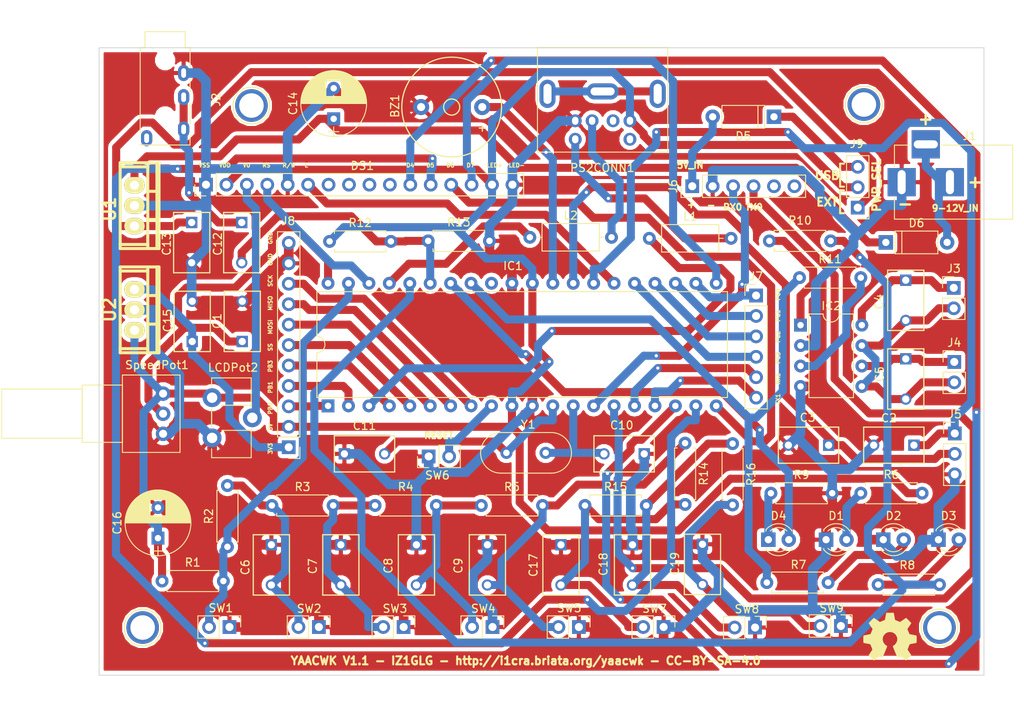
<source format=kicad_pcb>
(kicad_pcb (version 4) (host pcbnew 4.0.5+dfsg1-4)
  (layers (0 F.Cu signal) (31 B.Cu signal) (36 B.SilkS user) (37 F.SilkS user) (38 B.Mask user) (39 F.Mask user) (44 Edge.Cuts user))
  (net 0 "")
  (net 1 "Net-(BZ1-Pad1)")
  (net 2 GND)
  (net 3 "Net-(C1-Pad1)")
  (net 4 "Net-(C2-Pad1)")
  (net 5 "Net-(C3-Pad1)")
  (net 6 "Net-(C4-Pad1)")
  (net 7 "Net-(C4-Pad2)")
  (net 8 "Net-(C5-Pad1)")
  (net 9 "Net-(C6-Pad2)")
  (net 10 "Net-(C7-Pad2)")
  (net 11 "Net-(C8-Pad2)")
  (net 12 "Net-(C9-Pad2)")
  (net 13 "Net-(C10-Pad2)")
  (net 14 "Net-(C11-Pad2)")
  (net 15 "Net-(C12-Pad1)")
  (net 16 "Net-(C12-Pad2)")
  (net 17 "Net-(DS1-Pad3)")
  (net 18 "Net-(DS1-Pad4)")
  (net 19 "Net-(DS1-Pad6)")
  (net 20 "Net-(DS1-Pad7)")
  (net 21 "Net-(DS1-Pad8)")
  (net 22 "Net-(DS1-Pad9)")
  (net 23 "Net-(DS1-Pad10)")
  (net 24 "Net-(DS1-Pad11)")
  (net 25 "Net-(DS1-Pad12)")
  (net 26 "Net-(DS1-Pad13)")
  (net 27 "Net-(DS1-Pad14)")
  (net 28 "Net-(IC1-Pad1)")
  (net 29 "Net-(IC1-Pad2)")
  (net 30 "Net-(IC1-Pad22)")
  (net 31 "Net-(IC1-Pad3)")
  (net 32 "Net-(IC1-Pad23)")
  (net 33 "Net-(IC1-Pad24)")
  (net 34 "Net-(IC1-Pad25)")
  (net 35 "Net-(IC1-Pad9)")
  (net 36 "Net-(IC1-Pad32)")
  (net 37 "Net-(IC1-Pad33)")
  (net 38 "Net-(IC1-Pad14)")
  (net 39 "Net-(IC1-Pad15)")
  (net 40 "Net-(IC1-Pad16)")
  (net 41 "Net-(IC1-Pad36)")
  (net 42 "Net-(IC1-Pad17)")
  (net 43 "Net-(IC1-Pad37)")
  (net 44 "Net-(IC1-Pad39)")
  (net 45 "Net-(IC2-Pad1)")
  (net 46 "Net-(IC2-Pad3)")
  (net 47 "Net-(L1-Pad2)")
  (net 48 "Net-(L2-Pad2)")
  (net 49 "Net-(PS2CONN1-Pad6)")
  (net 50 "Net-(PS2CONN1-Pad2)")
  (net 51 "Net-(C13-Pad1)")
  (net 52 "Net-(C14-Pad1)")
  (net 53 "Net-(J6-Pad5)")
  (net 54 "Net-(J6-Pad6)")
  (net 55 "Net-(D5-Pad2)")
  (net 56 "Net-(D6-Pad2)")
  (net 57 "Net-(PS2CONN1-Pad7)")
  (net 58 "Net-(J2-Pad5)")
  (net 59 "Net-(D1-Pad2)")
  (net 60 "Net-(D2-Pad2)")
  (net 61 "Net-(D3-Pad2)")
  (net 62 "Net-(D4-Pad2)")
  (net 63 "Net-(IC1-Pad4)")
  (net 64 "Net-(IC1-Pad5)")
  (net 65 "Net-(IC1-Pad6)")
  (net 66 "Net-(IC1-Pad7)")
  (net 67 "Net-(IC1-Pad8)")
  (net 68 "Net-(C15-Pad1)")
  (net 69 "Net-(C16-Pad1)")
  (net 70 "Net-(D4-Pad1)")
  (net 71 "Net-(D5-Pad1)")
  (net 72 "Net-(C17-Pad2)")
  (net 73 "Net-(C18-Pad2)")
  (net 74 "Net-(C19-Pad2)")
  (module mini_din6New:Mini_din6 (layer F.Cu) (at 161.29 64.516 180)
    (fp_text reference PS2CONN1 (at -1.27 -6.35 180) (layer F.SilkS))
    (fp_text value Mini-DIN_6pins_ver4)
    (pad 7 thru_hole oval (at -8.15 2.85 180) (size 2 3.5) (drill oval 1 2.5) (layers *.Cu *.Mask) (net 57 "Net-(PS2CONN1-Pad7)"))
    (pad 7 thru_hole oval (at 5.55 2.85 180) (size 2 3.5) (drill oval 1 2.5) (layers *.Cu *.Mask) (net 57 "Net-(PS2CONN1-Pad7)"))
    (pad 1 thru_hole circle (at 0 -0.5 180) (size 1.6 1.6) (drill oval 0.8 1) (layers *.Cu *.Mask) (net 48 "Net-(L2-Pad2)"))
    (pad 2 thru_hole circle (at -2.6 -0.5 180) (size 1.6 1.6) (drill oval 0.8 1) (layers *.Cu *.Mask) (net 50 "Net-(PS2CONN1-Pad2)"))
    (pad 3 thru_hole circle (at 2.1 -0.5 180) (size 1.6 1.6) (drill oval 0.8 1) (layers *.Cu *.Mask) (net 2 GND))
    (pad 4 thru_hole circle (at -4.7 -0.5 180) (size 1.6 1.6) (drill oval 0.8 1) (layers *.Cu *.Mask) (net 69 "Net-(C16-Pad1)"))
    (pad 5 thru_hole circle (at 2.1 -2.8 180) (size 1.6 1.6) (drill oval 0.8 1) (layers *.Cu *.Mask) (net 47 "Net-(L1-Pad2)"))
    (pad 6 thru_hole circle (at -4.7 -2.8 180) (size 1.6 1.6) (drill oval 0.8 1) (layers *.Cu *.Mask) (net 49 "Net-(PS2CONN1-Pad6)"))
    (pad 7 thru_hole oval (at -1.3 3.15 180) (size 4 2) (drill oval 3 1) (layers *.Cu *.Mask) (net 57 "Net-(PS2CONN1-Pad7)"))
  )
  (module Connect:1pin (layer F.Cu) (at 195.072 62.992)
    (fp_text reference HOLE1 hide)
    (fp_text value 1pin)
    (pad 1 thru_hole circle (at 0 0) (size 4.064 4.064) (drill 3.048) (layers *.Cu *.Mask))
  )
  (module Connect:1pin (layer F.Cu) (at 118.936 63.119)
    (fp_text reference HOLE0 hide)
    (fp_text value 1pin)
    (pad 1 thru_hole circle (at 0 0) (size 4.064 4.064) (drill 3.048) (layers *.Cu *.Mask))
  )
  (module Connect:1pin (layer F.Cu) (at 105.41 128.016)
    (fp_text reference HOLE3 hide)
    (fp_text value 1pin)
    (pad 1 thru_hole circle (at 0 0) (size 4.064 4.064) (drill 3.048) (layers *.Cu *.Mask))
  )
  (module Buzzers_Beepers:Buzzer_12x9.5RM7.6 (layer F.Cu) (at 143.828 63.3095 180)
    (fp_text reference BZ1 (at 7.049 0.127 270) (layer F.SilkS))
    (fp_text value BUZZER)
    (fp_text user + (at -3.81 -2.54 180) (layer F.SilkS))
    (pad 1 thru_hole circle (at -3.79984 0 180) (size 2 2) (drill 1.00076) (layers *.Cu *.Mask) (net 1 "Net-(BZ1-Pad1)"))
    (pad 2 thru_hole circle (at 3.79984 0 180) (size 2 2) (drill 1.00076) (layers *.Cu *.Mask) (net 2 GND))
  )
  (module Capacitors_ThroughHole:C_Disc_D7.5_P5 (layer F.Cu) (at 117.792 92.456 90)
    (fp_text reference C1 (at 2.54 -3.111 90) (layer F.SilkS))
    (fp_text value 5nF)
    (pad 1 thru_hole rect (at 0 0 90) (size 1.4 1.4) (drill 0.9) (layers *.Cu *.Mask) (net 3 "Net-(C1-Pad1)"))
    (pad 2 thru_hole circle (at 5 0 90) (size 1.4 1.4) (drill 0.9) (layers *.Cu *.Mask) (net 2 GND))
  )
  (module Capacitors_ThroughHole:C_Disc_D7.5_P5 (layer F.Cu) (at 201.295 105.346 180)
    (fp_text reference C2 (at 3.1115 3.365 180) (layer F.SilkS))
    (fp_text value 10nF)
    (pad 1 thru_hole rect (at 0 0 180) (size 1.4 1.4) (drill 0.9) (layers *.Cu *.Mask) (net 4 "Net-(C2-Pad1)"))
    (pad 2 thru_hole circle (at 5 0 180) (size 1.4 1.4) (drill 0.9) (layers *.Cu *.Mask) (net 2 GND))
  )
  (module Capacitors_ThroughHole:C_Disc_D7.5_P5 (layer F.Cu) (at 190.69 105.346 180)
    (fp_text reference C3 (at 2.603 3.4285 180) (layer F.SilkS))
    (fp_text value 10nF)
    (pad 1 thru_hole rect (at 0 0 180) (size 1.4 1.4) (drill 0.9) (layers *.Cu *.Mask) (net 5 "Net-(C3-Pad1)"))
    (pad 2 thru_hole circle (at 5 0 180) (size 1.4 1.4) (drill 0.9) (layers *.Cu *.Mask) (net 2 GND))
  )
  (module Capacitors_ThroughHole:C_Disc_D7.5_P5 (layer F.Cu) (at 200.279 84.836 270)
    (fp_text reference C4 (at 2.667 3.302 270) (layer F.SilkS))
    (fp_text value 10nF)
    (pad 1 thru_hole rect (at 0 0 270) (size 1.4 1.4) (drill 0.9) (layers *.Cu *.Mask) (net 6 "Net-(C4-Pad1)"))
    (pad 2 thru_hole circle (at 5 0 270) (size 1.4 1.4) (drill 0.9) (layers *.Cu *.Mask) (net 7 "Net-(C4-Pad2)"))
  )
  (module Capacitors_ThroughHole:C_Disc_D7.5_P5 (layer F.Cu) (at 200.279 94.615 270)
    (fp_text reference C5 (at 1.905 3.2385 270) (layer F.SilkS))
    (fp_text value 10nF)
    (pad 1 thru_hole rect (at 0 0 270) (size 1.4 1.4) (drill 0.9) (layers *.Cu *.Mask) (net 8 "Net-(C5-Pad1)"))
    (pad 2 thru_hole circle (at 5 0 270) (size 1.4 1.4) (drill 0.9) (layers *.Cu *.Mask) (net 7 "Net-(C4-Pad2)"))
  )
  (module Capacitors_ThroughHole:C_Disc_D7.5_P5 (layer F.Cu) (at 121.412 117.729 270)
    (fp_text reference C6 (at 2.794 3.2385 270) (layer F.SilkS))
    (fp_text value 100nF)
    (pad 1 thru_hole rect (at 0 0 270) (size 1.4 1.4) (drill 0.9) (layers *.Cu *.Mask) (net 2 GND))
    (pad 2 thru_hole circle (at 5 0 270) (size 1.4 1.4) (drill 0.9) (layers *.Cu *.Mask) (net 9 "Net-(C6-Pad2)"))
  )
  (module Capacitors_ThroughHole:C_Disc_D7.5_P5 (layer F.Cu) (at 130.048 117.729 270)
    (fp_text reference C7 (at 2.667 3.4925 270) (layer F.SilkS))
    (fp_text value 100nF)
    (pad 1 thru_hole rect (at 0 0 270) (size 1.4 1.4) (drill 0.9) (layers *.Cu *.Mask) (net 2 GND))
    (pad 2 thru_hole circle (at 5 0 270) (size 1.4 1.4) (drill 0.9) (layers *.Cu *.Mask) (net 10 "Net-(C7-Pad2)"))
  )
  (module Capacitors_ThroughHole:C_Disc_D7.5_P5 (layer F.Cu) (at 139.446 117.729 270)
    (fp_text reference C8 (at 2.6035 3.4925 270) (layer F.SilkS))
    (fp_text value 100nF)
    (pad 1 thru_hole rect (at 0 0 270) (size 1.4 1.4) (drill 0.9) (layers *.Cu *.Mask) (net 2 GND))
    (pad 2 thru_hole circle (at 5 0 270) (size 1.4 1.4) (drill 0.9) (layers *.Cu *.Mask) (net 11 "Net-(C8-Pad2)"))
  )
  (module Capacitors_ThroughHole:C_Disc_D7.5_P5 (layer F.Cu) (at 148.272 117.729 270)
    (fp_text reference C9 (at 2.6035 3.619 270) (layer F.SilkS))
    (fp_text value 100nF)
    (pad 1 thru_hole rect (at 0 0 270) (size 1.4 1.4) (drill 0.9) (layers *.Cu *.Mask) (net 2 GND))
    (pad 2 thru_hole circle (at 5 0 270) (size 1.4 1.4) (drill 0.9) (layers *.Cu *.Mask) (net 12 "Net-(C9-Pad2)"))
  )
  (module Capacitors_ThroughHole:C_Disc_D7.5_P5 (layer F.Cu) (at 167.767 106.426 180)
    (fp_text reference C10 (at 2.794 3.556 180) (layer F.SilkS))
    (fp_text value "22 pF")
    (pad 1 thru_hole rect (at 0 0 180) (size 1.4 1.4) (drill 0.9) (layers *.Cu *.Mask) (net 2 GND))
    (pad 2 thru_hole circle (at 5 0 180) (size 1.4 1.4) (drill 0.9) (layers *.Cu *.Mask) (net 13 "Net-(C10-Pad2)"))
  )
  (module Capacitors_ThroughHole:C_Disc_D7.5_P5 (layer F.Cu) (at 130.492 106.426)
    (fp_text reference C11 (at 2.5 -3.5) (layer F.SilkS))
    (fp_text value "22 pF")
    (pad 1 thru_hole rect (at 0 0) (size 1.4 1.4) (drill 0.9) (layers *.Cu *.Mask) (net 2 GND))
    (pad 2 thru_hole circle (at 5 0) (size 1.4 1.4) (drill 0.9) (layers *.Cu *.Mask) (net 14 "Net-(C11-Pad2)"))
  )
  (module Capacitors_ThroughHole:C_Disc_D7.5_P5 (layer F.Cu) (at 117.729 77.6605 270)
    (fp_text reference C12 (at 2.667 2.9845 270) (layer F.SilkS))
    (fp_text value 100nF)
    (pad 1 thru_hole rect (at 0 0 270) (size 1.4 1.4) (drill 0.9) (layers *.Cu *.Mask) (net 15 "Net-(C12-Pad1)"))
    (pad 2 thru_hole circle (at 5 0 270) (size 1.4 1.4) (drill 0.9) (layers *.Cu *.Mask) (net 16 "Net-(C12-Pad2)"))
  )
  (module LEDs:LED_D3.0mm (layer F.Cu) (at 190.373 117.094)
    (fp_text reference D1 (at 1.27 -2.96) (layer F.SilkS))
    (fp_text value LED)
    (pad 1 thru_hole rect (at 0 0) (size 1.8 1.8) (drill 0.9) (layers *.Cu *.Mask) (net 2 GND))
    (pad 2 thru_hole circle (at 2.54 0) (size 1.8 1.8) (drill 0.9) (layers *.Cu *.Mask) (net 59 "Net-(D1-Pad2)"))
  )
  (module LEDs:LED_D3.0mm (layer F.Cu) (at 197.485 117.094)
    (fp_text reference D2 (at 1.27 -2.96) (layer F.SilkS))
    (fp_text value LED)
    (pad 1 thru_hole rect (at 0 0) (size 1.8 1.8) (drill 0.9) (layers *.Cu *.Mask) (net 2 GND))
    (pad 2 thru_hole circle (at 2.54 0) (size 1.8 1.8) (drill 0.9) (layers *.Cu *.Mask) (net 60 "Net-(D2-Pad2)"))
  )
  (module LEDs:LED_D3.0mm (layer F.Cu) (at 204.343 117.094)
    (fp_text reference D3 (at 1.27 -2.96) (layer F.SilkS))
    (fp_text value LED)
    (pad 1 thru_hole rect (at 0 0) (size 1.8 1.8) (drill 0.9) (layers *.Cu *.Mask) (net 2 GND))
    (pad 2 thru_hole circle (at 2.54 0) (size 1.8 1.8) (drill 0.9) (layers *.Cu *.Mask) (net 61 "Net-(D3-Pad2)"))
  )
  (module Housings_DIP:DIP-40_W15.24mm (layer F.Cu) (at 128.46 100.457 90)
    (fp_text reference IC1 (at 17.399 22.9875 180) (layer F.SilkS))
    (fp_text value ATMEGA644P-P)
    (pad 1 thru_hole rect (at 0 0 90) (size 1.6 1.6) (drill 0.8) (layers *.Cu *.Mask) (net 28 "Net-(IC1-Pad1)"))
    (pad 21 thru_hole oval (at 15.24 48.26 90) (size 1.6 1.6) (drill 0.8) (layers *.Cu *.Mask) (net 27 "Net-(DS1-Pad14)"))
    (pad 2 thru_hole oval (at 0 2.54 90) (size 1.6 1.6) (drill 0.8) (layers *.Cu *.Mask) (net 29 "Net-(IC1-Pad2)"))
    (pad 22 thru_hole oval (at 15.24 45.72 90) (size 1.6 1.6) (drill 0.8) (layers *.Cu *.Mask) (net 30 "Net-(IC1-Pad22)"))
    (pad 3 thru_hole oval (at 0 5.08 90) (size 1.6 1.6) (drill 0.8) (layers *.Cu *.Mask) (net 31 "Net-(IC1-Pad3)"))
    (pad 23 thru_hole oval (at 15.24 43.18 90) (size 1.6 1.6) (drill 0.8) (layers *.Cu *.Mask) (net 32 "Net-(IC1-Pad23)"))
    (pad 4 thru_hole oval (at 0 7.62 90) (size 1.6 1.6) (drill 0.8) (layers *.Cu *.Mask) (net 63 "Net-(IC1-Pad4)"))
    (pad 24 thru_hole oval (at 15.24 40.64 90) (size 1.6 1.6) (drill 0.8) (layers *.Cu *.Mask) (net 33 "Net-(IC1-Pad24)"))
    (pad 5 thru_hole oval (at 0 10.16 90) (size 1.6 1.6) (drill 0.8) (layers *.Cu *.Mask) (net 64 "Net-(IC1-Pad5)"))
    (pad 25 thru_hole oval (at 15.24 38.1 90) (size 1.6 1.6) (drill 0.8) (layers *.Cu *.Mask) (net 34 "Net-(IC1-Pad25)"))
    (pad 6 thru_hole oval (at 0 12.7 90) (size 1.6 1.6) (drill 0.8) (layers *.Cu *.Mask) (net 65 "Net-(IC1-Pad6)"))
    (pad 26 thru_hole oval (at 15.24 35.56 90) (size 1.6 1.6) (drill 0.8) (layers *.Cu *.Mask) (net 19 "Net-(DS1-Pad6)"))
    (pad 7 thru_hole oval (at 0 15.24 90) (size 1.6 1.6) (drill 0.8) (layers *.Cu *.Mask) (net 66 "Net-(IC1-Pad7)"))
    (pad 27 thru_hole oval (at 15.24 33.02 90) (size 1.6 1.6) (drill 0.8) (layers *.Cu *.Mask) (net 4 "Net-(C2-Pad1)"))
    (pad 8 thru_hole oval (at 0 17.78 90) (size 1.6 1.6) (drill 0.8) (layers *.Cu *.Mask) (net 67 "Net-(IC1-Pad8)"))
    (pad 28 thru_hole oval (at 15.24 30.48 90) (size 1.6 1.6) (drill 0.8) (layers *.Cu *.Mask) (net 5 "Net-(C3-Pad1)"))
    (pad 9 thru_hole oval (at 0 20.32 90) (size 1.6 1.6) (drill 0.8) (layers *.Cu *.Mask) (net 35 "Net-(IC1-Pad9)"))
    (pad 29 thru_hole oval (at 15.24 27.94 90) (size 1.6 1.6) (drill 0.8) (layers *.Cu *.Mask) (net 1 "Net-(BZ1-Pad1)"))
    (pad 10 thru_hole oval (at 0 22.86 90) (size 1.6 1.6) (drill 0.8) (layers *.Cu *.Mask) (net 69 "Net-(C16-Pad1)"))
    (pad 30 thru_hole oval (at 15.24 25.4 90) (size 1.6 1.6) (drill 0.8) (layers *.Cu *.Mask) (net 69 "Net-(C16-Pad1)"))
    (pad 11 thru_hole oval (at 0 25.4 90) (size 1.6 1.6) (drill 0.8) (layers *.Cu *.Mask) (net 2 GND))
    (pad 31 thru_hole oval (at 15.24 22.86 90) (size 1.6 1.6) (drill 0.8) (layers *.Cu *.Mask) (net 2 GND))
    (pad 12 thru_hole oval (at 0 27.94 90) (size 1.6 1.6) (drill 0.8) (layers *.Cu *.Mask) (net 14 "Net-(C11-Pad2)"))
    (pad 32 thru_hole oval (at 15.24 20.32 90) (size 1.6 1.6) (drill 0.8) (layers *.Cu *.Mask) (net 36 "Net-(IC1-Pad32)"))
    (pad 13 thru_hole oval (at 0 30.48 90) (size 1.6 1.6) (drill 0.8) (layers *.Cu *.Mask) (net 13 "Net-(C10-Pad2)"))
    (pad 33 thru_hole oval (at 15.24 17.78 90) (size 1.6 1.6) (drill 0.8) (layers *.Cu *.Mask) (net 37 "Net-(IC1-Pad33)"))
    (pad 14 thru_hole oval (at 0 33.02 90) (size 1.6 1.6) (drill 0.8) (layers *.Cu *.Mask) (net 38 "Net-(IC1-Pad14)"))
    (pad 34 thru_hole oval (at 15.24 15.24 90) (size 1.6 1.6) (drill 0.8) (layers *.Cu *.Mask) (net 62 "Net-(D4-Pad2)"))
    (pad 15 thru_hole oval (at 0 35.56 90) (size 1.6 1.6) (drill 0.8) (layers *.Cu *.Mask) (net 39 "Net-(IC1-Pad15)"))
    (pad 35 thru_hole oval (at 15.24 12.7 90) (size 1.6 1.6) (drill 0.8) (layers *.Cu *.Mask) (net 16 "Net-(C12-Pad2)"))
    (pad 16 thru_hole oval (at 0 38.1 90) (size 1.6 1.6) (drill 0.8) (layers *.Cu *.Mask) (net 40 "Net-(IC1-Pad16)"))
    (pad 36 thru_hole oval (at 15.24 10.16 90) (size 1.6 1.6) (drill 0.8) (layers *.Cu *.Mask) (net 41 "Net-(IC1-Pad36)"))
    (pad 17 thru_hole oval (at 0 40.64 90) (size 1.6 1.6) (drill 0.8) (layers *.Cu *.Mask) (net 42 "Net-(IC1-Pad17)"))
    (pad 37 thru_hole oval (at 15.24 7.62 90) (size 1.6 1.6) (drill 0.8) (layers *.Cu *.Mask) (net 43 "Net-(IC1-Pad37)"))
    (pad 18 thru_hole oval (at 0 43.18 90) (size 1.6 1.6) (drill 0.8) (layers *.Cu *.Mask) (net 24 "Net-(DS1-Pad11)"))
    (pad 38 thru_hole oval (at 15.24 5.08 90) (size 1.6 1.6) (drill 0.8) (layers *.Cu *.Mask) (net 18 "Net-(DS1-Pad4)"))
    (pad 19 thru_hole oval (at 0 45.72 90) (size 1.6 1.6) (drill 0.8) (layers *.Cu *.Mask) (net 25 "Net-(DS1-Pad12)"))
    (pad 39 thru_hole oval (at 15.24 2.54 90) (size 1.6 1.6) (drill 0.8) (layers *.Cu *.Mask) (net 44 "Net-(IC1-Pad39)"))
    (pad 20 thru_hole oval (at 0 48.26 90) (size 1.6 1.6) (drill 0.8) (layers *.Cu *.Mask) (net 26 "Net-(DS1-Pad13)"))
    (pad 40 thru_hole oval (at 15.24 0 90) (size 1.6 1.6) (drill 0.8) (layers *.Cu *.Mask) (net 3 "Net-(C1-Pad1)"))
  )
  (module Housings_DIP:DIP-8_W7.62mm (layer F.Cu) (at 187.198 90.424)
    (fp_text reference IC2 (at 3.81 -2.39) (layer F.SilkS))
    (fp_text value TLP627-2)
    (pad 1 thru_hole rect (at 0 0) (size 1.6 1.6) (drill 0.8) (layers *.Cu *.Mask) (net 45 "Net-(IC2-Pad1)"))
    (pad 5 thru_hole oval (at 7.62 7.62) (size 1.6 1.6) (drill 0.8) (layers *.Cu *.Mask) (net 7 "Net-(C4-Pad2)"))
    (pad 2 thru_hole oval (at 0 2.54) (size 1.6 1.6) (drill 0.8) (layers *.Cu *.Mask) (net 2 GND))
    (pad 6 thru_hole oval (at 7.62 5.08) (size 1.6 1.6) (drill 0.8) (layers *.Cu *.Mask) (net 8 "Net-(C5-Pad1)"))
    (pad 3 thru_hole oval (at 0 5.08) (size 1.6 1.6) (drill 0.8) (layers *.Cu *.Mask) (net 46 "Net-(IC2-Pad3)"))
    (pad 7 thru_hole oval (at 7.62 2.54) (size 1.6 1.6) (drill 0.8) (layers *.Cu *.Mask) (net 7 "Net-(C4-Pad2)"))
    (pad 4 thru_hole oval (at 0 7.62) (size 1.6 1.6) (drill 0.8) (layers *.Cu *.Mask) (net 2 GND))
    (pad 8 thru_hole oval (at 7.62 0) (size 1.6 1.6) (drill 0.8) (layers *.Cu *.Mask) (net 6 "Net-(C4-Pad1)"))
  )
  (module Inductors_THT:L_Axial_L7.0mm_D3.3mm_P10.16mm_Horizontal_Fastron_MICC (layer F.Cu) (at 168.402 79.629)
    (fp_text reference L1 (at 5.08 -2.71) (layer F.SilkS))
    (fp_text value "INDUCTOR 5μH")
    (pad 1 thru_hole circle (at 0 0) (size 1.6 1.6) (drill 0.8) (layers *.Cu *.Mask) (net 31 "Net-(IC1-Pad3)"))
    (pad 2 thru_hole oval (at 10.16 0) (size 1.6 1.6) (drill 0.8) (layers *.Cu *.Mask) (net 47 "Net-(L1-Pad2)"))
  )
  (module Inductors_THT:L_Axial_L7.0mm_D3.3mm_P10.16mm_Horizontal_Fastron_MICC (layer F.Cu) (at 153.543 79.502)
    (fp_text reference L2 (at 5.08 -2.71) (layer F.SilkS))
    (fp_text value "INDUCTOR 5μH")
    (pad 1 thru_hole circle (at 0 0) (size 1.6 1.6) (drill 0.8) (layers *.Cu *.Mask) (net 43 "Net-(IC1-Pad37)"))
    (pad 2 thru_hole oval (at 10.16 0) (size 1.6 1.6) (drill 0.8) (layers *.Cu *.Mask) (net 48 "Net-(L2-Pad2)"))
  )
  (module Resistors_THT:R_Axial_DIN0207_L6.3mm_D2.5mm_P7.62mm_Horizontal (layer F.Cu) (at 107.823 122.238)
    (fp_text reference R1 (at 3.81 -2.31) (layer F.SilkS))
    (fp_text value 10kOhm)
    (pad 1 thru_hole circle (at 0 0) (size 1.6 1.6) (drill 0.8) (layers *.Cu *.Mask) (net 69 "Net-(C16-Pad1)"))
    (pad 2 thru_hole oval (at 7.62 0) (size 1.6 1.6) (drill 0.8) (layers *.Cu *.Mask) (net 44 "Net-(IC1-Pad39)"))
  )
  (module Resistors_THT:R_Axial_DIN0207_L6.3mm_D2.5mm_P7.62mm_Horizontal (layer F.Cu) (at 115.951 117.983 90)
    (fp_text reference R2 (at 3.81 -2.31 90) (layer F.SilkS))
    (fp_text value 1kOhm)
    (pad 1 thru_hole circle (at 0 0 90) (size 1.6 1.6) (drill 0.8) (layers *.Cu *.Mask) (net 44 "Net-(IC1-Pad39)"))
    (pad 2 thru_hole oval (at 7.62 0 90) (size 1.6 1.6) (drill 0.8) (layers *.Cu *.Mask) (net 9 "Net-(C6-Pad2)"))
  )
  (module Resistors_THT:R_Axial_DIN0207_L6.3mm_D2.5mm_P7.62mm_Horizontal (layer F.Cu) (at 121.476 112.84)
    (fp_text reference R3 (at 3.81 -2.31) (layer F.SilkS))
    (fp_text value 1kOhm)
    (pad 1 thru_hole circle (at 0 0) (size 1.6 1.6) (drill 0.8) (layers *.Cu *.Mask) (net 9 "Net-(C6-Pad2)"))
    (pad 2 thru_hole oval (at 7.62 0) (size 1.6 1.6) (drill 0.8) (layers *.Cu *.Mask) (net 10 "Net-(C7-Pad2)"))
  )
  (module Resistors_THT:R_Axial_DIN0207_L6.3mm_D2.5mm_P7.62mm_Horizontal (layer F.Cu) (at 134.302 112.84)
    (fp_text reference R4 (at 3.81 -2.31) (layer F.SilkS))
    (fp_text value 1kOhm)
    (pad 1 thru_hole circle (at 0 0) (size 1.6 1.6) (drill 0.8) (layers *.Cu *.Mask) (net 10 "Net-(C7-Pad2)"))
    (pad 2 thru_hole oval (at 7.62 0) (size 1.6 1.6) (drill 0.8) (layers *.Cu *.Mask) (net 11 "Net-(C8-Pad2)"))
  )
  (module Resistors_THT:R_Axial_DIN0207_L6.3mm_D2.5mm_P7.62mm_Horizontal (layer F.Cu) (at 147.51 112.84)
    (fp_text reference R5 (at 3.81 -2.31) (layer F.SilkS))
    (fp_text value 1kOhm)
    (pad 1 thru_hole circle (at 0 0) (size 1.6 1.6) (drill 0.8) (layers *.Cu *.Mask) (net 11 "Net-(C8-Pad2)"))
    (pad 2 thru_hole oval (at 7.62 0) (size 1.6 1.6) (drill 0.8) (layers *.Cu *.Mask) (net 12 "Net-(C9-Pad2)"))
  )
  (module Resistors_THT:R_Axial_DIN0207_L6.3mm_D2.5mm_P7.62mm_Horizontal (layer F.Cu) (at 194.691 111.316)
    (fp_text reference R6 (at 3.81 -2.31) (layer F.SilkS))
    (fp_text value "470 Ohm")
    (pad 1 thru_hole circle (at 0 0) (size 1.6 1.6) (drill 0.8) (layers *.Cu *.Mask) (net 59 "Net-(D1-Pad2)"))
    (pad 2 thru_hole oval (at 7.62 0) (size 1.6 1.6) (drill 0.8) (layers *.Cu *.Mask) (net 69 "Net-(C16-Pad1)"))
  )
  (module Resistors_THT:R_Axial_DIN0207_L6.3mm_D2.5mm_P7.62mm_Horizontal (layer F.Cu) (at 190.627 122.428 180)
    (fp_text reference R7 (at 3.683 2.2225 180) (layer F.SilkS))
    (fp_text value "470 Ohm")
    (pad 1 thru_hole circle (at 0 0 180) (size 1.6 1.6) (drill 0.8) (layers *.Cu *.Mask) (net 60 "Net-(D2-Pad2)"))
    (pad 2 thru_hole oval (at 7.62 0 180) (size 1.6 1.6) (drill 0.8) (layers *.Cu *.Mask) (net 37 "Net-(IC1-Pad33)"))
  )
  (module Resistors_THT:R_Axial_DIN0207_L6.3mm_D2.5mm_P7.62mm_Horizontal (layer F.Cu) (at 196.85 122.682)
    (fp_text reference R8 (at 3.6195 -2.413) (layer F.SilkS))
    (fp_text value "470 Ohm")
    (pad 1 thru_hole circle (at 0 0) (size 1.6 1.6) (drill 0.8) (layers *.Cu *.Mask) (net 61 "Net-(D3-Pad2)"))
    (pad 2 thru_hole oval (at 7.62 0) (size 1.6 1.6) (drill 0.8) (layers *.Cu *.Mask) (net 41 "Net-(IC1-Pad36)"))
  )
  (module Resistors_THT:R_Axial_DIN0207_L6.3mm_D2.5mm_P7.62mm_Horizontal (layer F.Cu) (at 183.515 111.316)
    (fp_text reference R9 (at 3.81 -2.286) (layer F.SilkS))
    (fp_text value "220 Ohm")
    (pad 1 thru_hole circle (at 0 0) (size 1.6 1.6) (drill 0.8) (layers *.Cu *.Mask) (net 70 "Net-(D4-Pad1)"))
    (pad 2 thru_hole oval (at 7.62 0) (size 1.6 1.6) (drill 0.8) (layers *.Cu *.Mask) (net 2 GND))
  )
  (module Resistors_THT:R_Axial_DIN0207_L6.3mm_D2.5mm_P7.62mm_Horizontal (layer F.Cu) (at 190.944 79.9465 180)
    (fp_text reference R10 (at 3.81 2.54 180) (layer F.SilkS))
    (fp_text value 1kOhm)
    (pad 1 thru_hole circle (at 0 0 180) (size 1.6 1.6) (drill 0.8) (layers *.Cu *.Mask) (net 41 "Net-(IC1-Pad36)"))
    (pad 2 thru_hole oval (at 7.62 0 180) (size 1.6 1.6) (drill 0.8) (layers *.Cu *.Mask) (net 45 "Net-(IC2-Pad1)"))
  )
  (module Resistors_THT:R_Axial_DIN0207_L6.3mm_D2.5mm_P7.62mm_Horizontal (layer F.Cu) (at 187.071 84.5185)
    (fp_text reference R11 (at 3.81 -2.31) (layer F.SilkS))
    (fp_text value 1kOhm)
    (pad 1 thru_hole circle (at 0 0) (size 1.6 1.6) (drill 0.8) (layers *.Cu *.Mask) (net 37 "Net-(IC1-Pad33)"))
    (pad 2 thru_hole oval (at 7.62 0) (size 1.6 1.6) (drill 0.8) (layers *.Cu *.Mask) (net 46 "Net-(IC2-Pad3)"))
  )
  (module Resistors_THT:R_Axial_DIN0207_L6.3mm_D2.5mm_P7.62mm_Horizontal (layer F.Cu) (at 128.651 80.01)
    (fp_text reference R12 (at 3.81 -2.31) (layer F.SilkS))
    (fp_text value 10kOhm)
    (pad 1 thru_hole circle (at 0 0) (size 1.6 1.6) (drill 0.8) (layers *.Cu *.Mask) (net 69 "Net-(C16-Pad1)"))
    (pad 2 thru_hole oval (at 7.62 0) (size 1.6 1.6) (drill 0.8) (layers *.Cu *.Mask) (net 16 "Net-(C12-Pad2)"))
  )
  (module Resistors_THT:R_Axial_DIN0207_L6.3mm_D2.5mm_P7.62mm_Horizontal (layer F.Cu) (at 140.906 79.9465)
    (fp_text reference R13 (at 3.81 -2.31) (layer F.SilkS))
    (fp_text value 10kOhm)
    (pad 1 thru_hole circle (at 0 0) (size 1.6 1.6) (drill 0.8) (layers *.Cu *.Mask) (net 16 "Net-(C12-Pad2)"))
    (pad 2 thru_hole oval (at 7.62 0) (size 1.6 1.6) (drill 0.8) (layers *.Cu *.Mask) (net 2 GND))
  )
  (module Crystals:Crystal_HC49-U_Vertical (layer F.Cu) (at 155.512 106.299 180)
    (fp_text reference Y1 (at 2.1722 3.5306 180) (layer F.SilkS))
    (fp_text value "Crystal 16 MHz")
    (pad 1 thru_hole circle (at 0 0 180) (size 1.5 1.5) (drill 0.8) (layers *.Cu *.Mask) (net 13 "Net-(C10-Pad2)"))
    (pad 2 thru_hole circle (at 4.88 0 180) (size 1.5 1.5) (drill 0.8) (layers *.Cu *.Mask) (net 14 "Net-(C11-Pad2)"))
  )
  (module Pin_Headers:Pin_Header_Straight_1x02_Pitch2.54mm (layer F.Cu) (at 116.205 127.952 270)
    (fp_text reference SW1 (at -2.3495 1.0795 360) (layer F.SilkS))
    (fp_text value SW_PUSH)
    (pad 1 thru_hole rect (at 0 0 270) (size 1.7 1.7) (drill 1) (layers *.Cu *.Mask) (net 2 GND))
    (pad 2 thru_hole oval (at 0 2.54 270) (size 1.7 1.7) (drill 1) (layers *.Cu *.Mask) (net 44 "Net-(IC1-Pad39)"))
  )
  (module Pin_Headers:Pin_Header_Straight_1x02_Pitch2.54mm (layer F.Cu) (at 127.318 127.952 270)
    (fp_text reference SW2 (at -2.286 1.2065 360) (layer F.SilkS))
    (fp_text value SW_PUSH)
    (pad 1 thru_hole rect (at 0 0 270) (size 1.7 1.7) (drill 1) (layers *.Cu *.Mask) (net 2 GND))
    (pad 2 thru_hole oval (at 0 2.54 270) (size 1.7 1.7) (drill 1) (layers *.Cu *.Mask) (net 9 "Net-(C6-Pad2)"))
  )
  (module Pin_Headers:Pin_Header_Straight_1x02_Pitch2.54mm (layer F.Cu) (at 137.858 127.952 270)
    (fp_text reference SW3 (at -2.286 1.0795 360) (layer F.SilkS))
    (fp_text value SW_PUSH)
    (pad 1 thru_hole rect (at 0 0 270) (size 1.7 1.7) (drill 1) (layers *.Cu *.Mask) (net 2 GND))
    (pad 2 thru_hole oval (at 0 2.54 270) (size 1.7 1.7) (drill 1) (layers *.Cu *.Mask) (net 10 "Net-(C7-Pad2)"))
  )
  (module Pin_Headers:Pin_Header_Straight_1x02_Pitch2.54mm (layer F.Cu) (at 148.908 127.952 270)
    (fp_text reference SW4 (at -2.286 1.143 360) (layer F.SilkS))
    (fp_text value SW_PUSH)
    (pad 1 thru_hole rect (at 0 0 270) (size 1.7 1.7) (drill 1) (layers *.Cu *.Mask) (net 2 GND))
    (pad 2 thru_hole oval (at 0 2.54 270) (size 1.7 1.7) (drill 1) (layers *.Cu *.Mask) (net 11 "Net-(C8-Pad2)"))
  )
  (module Pin_Headers:Pin_Header_Straight_1x02_Pitch2.54mm (layer F.Cu) (at 159.639 127.952 270)
    (fp_text reference SW5 (at -2.3495 1.2065 360) (layer F.SilkS))
    (fp_text value SW_PUSH)
    (pad 1 thru_hole rect (at 0 0 270) (size 1.7 1.7) (drill 1) (layers *.Cu *.Mask) (net 2 GND))
    (pad 2 thru_hole oval (at 0 2.54 270) (size 1.7 1.7) (drill 1) (layers *.Cu *.Mask) (net 12 "Net-(C9-Pad2)"))
  )
  (module Pin_Headers:Pin_Header_Straight_1x02_Pitch2.54mm (layer F.Cu) (at 206.248 85.7885)
    (fp_text reference J3 (at 0 -2.39) (layer F.SilkS))
    (fp_text value TX_PTT)
    (pad 1 thru_hole rect (at 0 0) (size 1.7 1.7) (drill 1) (layers *.Cu *.Mask) (net 6 "Net-(C4-Pad1)"))
    (pad 2 thru_hole oval (at 0 2.54) (size 1.7 1.7) (drill 1) (layers *.Cu *.Mask) (net 7 "Net-(C4-Pad2)"))
  )
  (module Pin_Headers:Pin_Header_Straight_1x02_Pitch2.54mm (layer F.Cu) (at 206.312 94.996)
    (fp_text reference J4 (at 0 -2.39) (layer F.SilkS))
    (fp_text value TX_KEY)
    (pad 1 thru_hole rect (at 0 0) (size 1.7 1.7) (drill 1) (layers *.Cu *.Mask) (net 8 "Net-(C5-Pad1)"))
    (pad 2 thru_hole oval (at 0 2.54) (size 1.7 1.7) (drill 1) (layers *.Cu *.Mask) (net 7 "Net-(C4-Pad2)"))
  )
  (module Pin_Headers:Pin_Header_Straight_1x03_Pitch2.54mm (layer F.Cu) (at 206.375 103.886)
    (fp_text reference J5 (at 0 -2.39) (layer F.SilkS))
    (fp_text value PADDLES)
    (pad 1 thru_hole rect (at 0 0) (size 1.7 1.7) (drill 1) (layers *.Cu *.Mask) (net 4 "Net-(C2-Pad1)"))
    (pad 2 thru_hole oval (at 0 2.54) (size 1.7 1.7) (drill 1) (layers *.Cu *.Mask) (net 5 "Net-(C3-Pad1)"))
    (pad 3 thru_hole oval (at 0 5.08) (size 1.7 1.7) (drill 1) (layers *.Cu *.Mask) (net 2 GND))
  )
  (module Diodes_THT:D_A-405_P7.62mm_Horizontal (layer F.Cu) (at 183.896 64.516 180)
    (fp_text reference D5 (at 3.81 -2.41 180) (layer F.SilkS))
    (fp_text value D_ALT)
    (pad 1 thru_hole rect (at 0 0 180) (size 1.8 1.8) (drill 0.9) (layers *.Cu *.Mask) (net 71 "Net-(D5-Pad1)"))
    (pad 2 thru_hole oval (at 7.62 0 180) (size 1.8 1.8) (drill 0.9) (layers *.Cu *.Mask) (net 55 "Net-(D5-Pad2)"))
  )
  (module Diodes_THT:D_A-405_P7.62mm_Horizontal (layer F.Cu) (at 197.802 80.137)
    (fp_text reference D6 (at 3.81 -2.41) (layer F.SilkS))
    (fp_text value D_ALT)
    (pad 1 thru_hole rect (at 0 0) (size 1.8 1.8) (drill 0.9) (layers *.Cu *.Mask) (net 52 "Net-(C14-Pad1)"))
    (pad 2 thru_hole oval (at 7.62 0) (size 1.8 1.8) (drill 0.9) (layers *.Cu *.Mask) (net 56 "Net-(D6-Pad2)"))
  )
  (module Pin_Headers:Pin_Header_Straight_1x06_Pitch2.54mm (layer F.Cu) (at 173.736 73.152 90)
    (fp_text reference J6 (at 0 -2.39 90) (layer F.SilkS))
    (fp_text value TTL_SERIAL)
    (pad 1 thru_hole rect (at 0 0 90) (size 1.7 1.7) (drill 1) (layers *.Cu *.Mask) (net 55 "Net-(D5-Pad2)"))
    (pad 2 thru_hole oval (at 0 2.54 90) (size 1.7 1.7) (drill 1) (layers *.Cu *.Mask) (net 2 GND))
    (pad 3 thru_hole oval (at 0 5.08 90) (size 1.7 1.7) (drill 1) (layers *.Cu *.Mask) (net 38 "Net-(IC1-Pad14)"))
    (pad 4 thru_hole oval (at 0 7.62 90) (size 1.7 1.7) (drill 1) (layers *.Cu *.Mask) (net 39 "Net-(IC1-Pad15)"))
    (pad 5 thru_hole oval (at 0 10.16 90) (size 1.7 1.7) (drill 1) (layers *.Cu *.Mask) (net 53 "Net-(J6-Pad5)"))
    (pad 6 thru_hole oval (at 0 12.7 90) (size 1.7 1.7) (drill 1) (layers *.Cu *.Mask) (net 54 "Net-(J6-Pad6)"))
  )
  (module Pin_Headers:Pin_Header_Straight_1x02_Pitch2.54mm (layer F.Cu) (at 140.97 106.744 90)
    (fp_text reference SW6 (at -2.349 1.0795 180) (layer F.SilkS))
    (fp_text value SW_PUSH)
    (pad 1 thru_hole rect (at 0 0 90) (size 1.7 1.7) (drill 1) (layers *.Cu *.Mask) (net 2 GND))
    (pad 2 thru_hole oval (at 0 2.54 90) (size 1.7 1.7) (drill 1) (layers *.Cu *.Mask) (net 35 "Net-(IC1-Pad9)"))
  )
  (module Connect:1pin (layer F.Cu) (at 204.47 128.016)
    (fp_text reference HOLE2 hide)
    (fp_text value 1pin)
    (pad 1 thru_hole circle (at 0 0) (size 4.064 4.064) (drill 3.048) (layers *.Cu *.Mask))
  )
  (module mojes-kicad-footprints:78XX (layer F.Cu) (at 104.394 75.565 270)
    (fp_text reference U1 (at 0.4445 3.1115 270) (layer F.SilkS) (effects (font (thickness 0.3048))))
    (fp_text value LM7805 hide)
    (pad GND thru_hole oval (at 0 0 270) (size 2.032 2.54) (drill 1.143) (layers *.Cu *.Mask F.SilkS) (net 2 GND))
    (pad VO thru_hole oval (at 2.54 0 270) (size 2.032 2.54) (drill 1.143) (layers *.Cu *.Mask F.SilkS) (net 51 "Net-(C13-Pad1)"))
    (pad VI thru_hole oval (at -2.54 0 270) (size 2.032 2.54) (drill 1.143) (layers *.Cu *.Mask F.SilkS) (net 52 "Net-(C14-Pad1)"))
  )
  (module PJ320A:PJ320A_3.5mm_4_conductors_audio_plug (layer F.Cu) (at 108.204 55.88 270)
    (fp_text reference J2 (at 6.5 -6.35 270) (layer F.SilkS))
    (fp_text value AUDIO_IN)
    (pad 5 thru_hole oval (at 11.3 2.3 270) (size 2 1.4) (drill oval 1.2 0.6) (layers *.Cu *.Mask) (net 58 "Net-(J2-Pad5)"))
    (pad 4 thru_hole oval (at 10.2 -2.3 270) (size 2 1.4) (drill oval 1.2 0.6) (layers *.Cu *.Mask) (net 15 "Net-(C12-Pad1)"))
    (pad 3 thru_hole oval (at 6.2 -2.3 270) (size 2 1.4) (drill oval 1.2 0.6) (layers *.Cu *.Mask) (net 15 "Net-(C12-Pad1)"))
    (pad 2 thru_hole oval (at 3.2 -2.3 270) (size 2 1.4) (drill oval 1.2 0.6) (layers *.Cu *.Mask) (net 2 GND))
    (pad "" np_thru_hole circle (at 1.6 0 270) (size 1.5 1.5) (drill 1.5) (layers *.Cu *.Mask))
    (pad "" np_thru_hole circle (at 8.6 0 270) (size 1.5 1.5) (drill 1.5) (layers *.Cu *.Mask))
  )
  (module Potentiometers:Potentiometer_Alps_RK097_Single_Vertical (layer F.Cu) (at 107.95 98.933 180)
    (fp_text reference SpeedPot1 (at 0.762 3.556 180) (layer F.SilkS))
    (fp_text value 10kOhm)
    (pad 3 thru_hole circle (at 0 -5 180) (size 1.8 1.8) (drill 1) (layers *.Cu *.Mask) (net 2 GND))
    (pad 2 thru_hole circle (at 0 -2.5 180) (size 1.8 1.8) (drill 1) (layers *.Cu *.Mask) (net 3 "Net-(C1-Pad1)"))
    (pad 1 thru_hole circle (at 0 0 180) (size 1.8 1.8) (drill 1) (layers *.Cu *.Mask) (net 69 "Net-(C16-Pad1)"))
  )
  (module Potentiometers:Potentiometer_Trimmer_ACP_CA9h5_Vertical_Px5.0mm_Py5.0mm (layer F.Cu) (at 114.046 99.441)
    (fp_text reference LCDPot2 (at 2.6035 -3.7465) (layer F.SilkS))
    (fp_text value 10kOhm)
    (pad 3 thru_hole circle (at 0 5) (size 2.34 2.34) (drill 1.3) (layers *.Cu *.Mask) (net 2 GND))
    (pad 2 thru_hole circle (at 5 2.5) (size 2.34 2.34) (drill 1.3) (layers *.Cu *.Mask) (net 17 "Net-(DS1-Pad3)"))
    (pad 1 thru_hole circle (at 0 0) (size 2.34 2.34) (drill 1.3) (layers *.Cu *.Mask) (net 69 "Net-(C16-Pad1)"))
  )
  (module Capacitors_ThroughHole:C_Disc_D7.5_P5 (layer F.Cu) (at 111.506 77.6605 270)
    (fp_text reference C13 (at 2.667 3.1115 270) (layer F.SilkS))
    (fp_text value 220nF)
    (pad 1 thru_hole rect (at 0 0 270) (size 1.4 1.4) (drill 0.9) (layers *.Cu *.Mask) (net 51 "Net-(C13-Pad1)"))
    (pad 2 thru_hole circle (at 5 0 270) (size 1.4 1.4) (drill 0.9) (layers *.Cu *.Mask) (net 2 GND))
  )
  (module Pin_Headers:Pin_Header_Straight_1x16_Pitch2.54mm (layer F.Cu) (at 113.284 72.9615 90)
    (fp_text reference DS1 (at 2.3495 19.431 180) (layer F.SilkS))
    (fp_text value LCD20X4)
    (pad 1 thru_hole rect (at 0 0 90) (size 1.7 1.7) (drill 1) (layers *.Cu *.Mask) (net 2 GND))
    (pad 2 thru_hole oval (at 0 2.54 90) (size 1.7 1.7) (drill 1) (layers *.Cu *.Mask) (net 69 "Net-(C16-Pad1)"))
    (pad 3 thru_hole oval (at 0 5.08 90) (size 1.7 1.7) (drill 1) (layers *.Cu *.Mask) (net 17 "Net-(DS1-Pad3)"))
    (pad 4 thru_hole oval (at 0 7.62 90) (size 1.7 1.7) (drill 1) (layers *.Cu *.Mask) (net 18 "Net-(DS1-Pad4)"))
    (pad 5 thru_hole oval (at 0 10.16 90) (size 1.7 1.7) (drill 1) (layers *.Cu *.Mask) (net 2 GND))
    (pad 6 thru_hole oval (at 0 12.7 90) (size 1.7 1.7) (drill 1) (layers *.Cu *.Mask) (net 19 "Net-(DS1-Pad6)"))
    (pad 7 thru_hole oval (at 0 15.24 90) (size 1.7 1.7) (drill 1) (layers *.Cu *.Mask) (net 20 "Net-(DS1-Pad7)"))
    (pad 8 thru_hole oval (at 0 17.78 90) (size 1.7 1.7) (drill 1) (layers *.Cu *.Mask) (net 21 "Net-(DS1-Pad8)"))
    (pad 9 thru_hole oval (at 0 20.32 90) (size 1.7 1.7) (drill 1) (layers *.Cu *.Mask) (net 22 "Net-(DS1-Pad9)"))
    (pad 10 thru_hole oval (at 0 22.86 90) (size 1.7 1.7) (drill 1) (layers *.Cu *.Mask) (net 23 "Net-(DS1-Pad10)"))
    (pad 11 thru_hole oval (at 0 25.4 90) (size 1.7 1.7) (drill 1) (layers *.Cu *.Mask) (net 24 "Net-(DS1-Pad11)"))
    (pad 12 thru_hole oval (at 0 27.94 90) (size 1.7 1.7) (drill 1) (layers *.Cu *.Mask) (net 25 "Net-(DS1-Pad12)"))
    (pad 13 thru_hole oval (at 0 30.48 90) (size 1.7 1.7) (drill 1) (layers *.Cu *.Mask) (net 26 "Net-(DS1-Pad13)"))
    (pad 14 thru_hole oval (at 0 33.02 90) (size 1.7 1.7) (drill 1) (layers *.Cu *.Mask) (net 27 "Net-(DS1-Pad14)"))
    (pad 15 thru_hole oval (at 0 35.56 90) (size 1.7 1.7) (drill 1) (layers *.Cu *.Mask) (net 69 "Net-(C16-Pad1)"))
    (pad 16 thru_hole oval (at 0 38.1 90) (size 1.7 1.7) (drill 1) (layers *.Cu *.Mask) (net 2 GND))
  )
  (module Pin_Headers:Pin_Header_Straight_1x06_Pitch2.54mm (layer F.Cu) (at 181.674 86.741)
    (fp_text reference J7 (at 0 -2.39) (layer F.SilkS))
    (fp_text value HEADER_6)
    (pad 1 thru_hole rect (at 0 0) (size 1.7 1.7) (drill 1) (layers *.Cu *.Mask) (net 30 "Net-(IC1-Pad22)"))
    (pad 2 thru_hole oval (at 0 2.54) (size 1.7 1.7) (drill 1) (layers *.Cu *.Mask) (net 32 "Net-(IC1-Pad23)"))
    (pad 3 thru_hole oval (at 0 5.08) (size 1.7 1.7) (drill 1) (layers *.Cu *.Mask) (net 33 "Net-(IC1-Pad24)"))
    (pad 4 thru_hole oval (at 0 7.62) (size 1.7 1.7) (drill 1) (layers *.Cu *.Mask) (net 34 "Net-(IC1-Pad25)"))
    (pad 5 thru_hole oval (at 0 10.16) (size 1.7 1.7) (drill 1) (layers *.Cu *.Mask) (net 40 "Net-(IC1-Pad16)"))
    (pad 6 thru_hole oval (at 0 12.7) (size 1.7 1.7) (drill 1) (layers *.Cu *.Mask) (net 42 "Net-(IC1-Pad17)"))
  )
  (module Capacitors_ThroughHole:C_Disc_D7.5_P5 (layer F.Cu) (at 111.57 92.456 90)
    (fp_text reference C15 (at 2.6035 -3.0485 90) (layer F.SilkS))
    (fp_text value 220nF)
    (pad 1 thru_hole rect (at 0 0 90) (size 1.4 1.4) (drill 0.9) (layers *.Cu *.Mask) (net 68 "Net-(C15-Pad1)"))
    (pad 2 thru_hole circle (at 5 0 90) (size 1.4 1.4) (drill 0.9) (layers *.Cu *.Mask) (net 2 GND))
  )
  (module Pin_Headers:Pin_Header_Straight_1x11_Pitch2.54mm (layer F.Cu) (at 123.571 105.6 180)
    (fp_text reference J8 (at 0.0635 28.13 180) (layer F.SilkS))
    (fp_text value HEADER_11)
    (pad 1 thru_hole rect (at 0 0 180) (size 1.7 1.7) (drill 1) (layers *.Cu *.Mask) (net 68 "Net-(C15-Pad1)"))
    (pad 2 thru_hole oval (at 0 2.54 180) (size 1.7 1.7) (drill 1) (layers *.Cu *.Mask) (net 69 "Net-(C16-Pad1)"))
    (pad 3 thru_hole oval (at 0 5.08 180) (size 1.7 1.7) (drill 1) (layers *.Cu *.Mask) (net 28 "Net-(IC1-Pad1)"))
    (pad 4 thru_hole oval (at 0 7.62 180) (size 1.7 1.7) (drill 1) (layers *.Cu *.Mask) (net 29 "Net-(IC1-Pad2)"))
    (pad 5 thru_hole oval (at 0 10.16 180) (size 1.7 1.7) (drill 1) (layers *.Cu *.Mask) (net 63 "Net-(IC1-Pad4)"))
    (pad 6 thru_hole oval (at 0 12.7 180) (size 1.7 1.7) (drill 1) (layers *.Cu *.Mask) (net 64 "Net-(IC1-Pad5)"))
    (pad 7 thru_hole oval (at 0 15.24 180) (size 1.7 1.7) (drill 1) (layers *.Cu *.Mask) (net 65 "Net-(IC1-Pad6)"))
    (pad 8 thru_hole oval (at 0 17.78 180) (size 1.7 1.7) (drill 1) (layers *.Cu *.Mask) (net 66 "Net-(IC1-Pad7)"))
    (pad 9 thru_hole oval (at 0 20.32 180) (size 1.7 1.7) (drill 1) (layers *.Cu *.Mask) (net 67 "Net-(IC1-Pad8)"))
    (pad 10 thru_hole oval (at 0 22.86 180) (size 1.7 1.7) (drill 1) (layers *.Cu *.Mask) (net 2 GND))
    (pad 11 thru_hole oval (at 0 25.4 180) (size 1.7 1.7) (drill 1) (layers *.Cu *.Mask) (net 2 GND))
  )
  (module Pin_Headers:Pin_Header_Straight_1x03_Pitch2.54mm (layer F.Cu) (at 194.31 75.819 180)
    (fp_text reference J9 (at 0.127 7.9375 180) (layer F.SilkS))
    (fp_text value PWR_SEL)
    (pad 1 thru_hole rect (at 0 0 180) (size 1.7 1.7) (drill 1) (layers *.Cu *.Mask) (net 51 "Net-(C13-Pad1)"))
    (pad 2 thru_hole oval (at 0 2.54 180) (size 1.7 1.7) (drill 1) (layers *.Cu *.Mask) (net 69 "Net-(C16-Pad1)"))
    (pad 3 thru_hole oval (at 0 5.08 180) (size 1.7 1.7) (drill 1) (layers *.Cu *.Mask) (net 71 "Net-(D5-Pad1)"))
  )
  (module mojes-kicad-footprints:78XX (layer F.Cu) (at 104.394 88.519 270)
    (fp_text reference U2 (at 0 3.1115 270) (layer F.SilkS) (effects (font (thickness 0.3048))))
    (fp_text value LM2937 hide)
    (pad GND thru_hole oval (at 0 0 270) (size 2.032 2.54) (drill 1.143) (layers *.Cu *.Mask F.SilkS) (net 2 GND))
    (pad VO thru_hole oval (at 2.54 0 270) (size 2.032 2.54) (drill 1.143) (layers *.Cu *.Mask F.SilkS) (net 69 "Net-(C16-Pad1)"))
    (pad VI thru_hole oval (at -2.54 0 270) (size 2.032 2.54) (drill 1.143) (layers *.Cu *.Mask F.SilkS) (net 68 "Net-(C15-Pad1)"))
  )
  (module Connectors:BARREL_JACK (layer F.Cu) (at 199.771 72.644 180)
    (fp_text reference J1 (at -8.45 5.75 360) (layer F.SilkS))
    (fp_text value EXT_PWR)
    (pad 1 thru_hole rect (at 0 0 180) (size 3.5 3.5) (drill oval 1 3) (layers *.Cu *.Mask) (net 2 GND))
    (pad 2 thru_hole rect (at -6 0 180) (size 3.5 3.5) (drill oval 1 3) (layers *.Cu *.Mask) (net 56 "Net-(D6-Pad2)"))
    (pad 3 thru_hole rect (at -3 4.7 180) (size 3.5 3.5) (drill oval 3 1) (layers *.Cu *.Mask) (net 56 "Net-(D6-Pad2)"))
  )
  (module Capacitors_THT:CP_Radial_D8.0mm_P3.80mm (layer F.Cu) (at 129.159 64.77 90)
    (fp_text reference C14 (at 1.9 -5.06 90) (layer F.SilkS))
    (fp_text value 330uF)
    (pad 1 thru_hole rect (at 0 0 90) (size 1.6 1.6) (drill 0.8) (layers *.Cu *.Mask) (net 52 "Net-(C14-Pad1)"))
    (pad 2 thru_hole circle (at 3.8 0 90) (size 1.6 1.6) (drill 0.8) (layers *.Cu *.Mask) (net 2 GND))
  )
  (module Capacitors_THT:CP_Radial_D8.0mm_P3.80mm (layer F.Cu) (at 107.315 116.904 90)
    (fp_text reference C16 (at 1.9 -5.06 90) (layer F.SilkS))
    (fp_text value 330uF)
    (pad 1 thru_hole rect (at 0 0 90) (size 1.6 1.6) (drill 0.8) (layers *.Cu *.Mask) (net 69 "Net-(C16-Pad1)"))
    (pad 2 thru_hole circle (at 3.8 0 90) (size 1.6 1.6) (drill 0.8) (layers *.Cu *.Mask) (net 2 GND))
  )
  (module Capacitors_ThroughHole:C_Disc_D7.5_P5 (layer F.Cu) (at 157.416 117.729 270)
    (fp_text reference C17 (at 2.54 3.4285 270) (layer F.SilkS))
    (fp_text value 100nF)
    (pad 1 thru_hole rect (at 0 0 270) (size 1.4 1.4) (drill 0.9) (layers *.Cu *.Mask) (net 2 GND))
    (pad 2 thru_hole circle (at 5 0 270) (size 1.4 1.4) (drill 0.9) (layers *.Cu *.Mask) (net 72 "Net-(C17-Pad2)"))
  )
  (module Capacitors_ThroughHole:C_Disc_D7.5_P5 (layer F.Cu) (at 166.306 117.729 270)
    (fp_text reference C18 (at 2.413 3.619 270) (layer F.SilkS))
    (fp_text value 100nF)
    (pad 1 thru_hole rect (at 0 0 270) (size 1.4 1.4) (drill 0.9) (layers *.Cu *.Mask) (net 2 GND))
    (pad 2 thru_hole circle (at 5 0 270) (size 1.4 1.4) (drill 0.9) (layers *.Cu *.Mask) (net 73 "Net-(C18-Pad2)"))
  )
  (module Capacitors_ThroughHole:C_Disc_D7.5_P5 (layer F.Cu) (at 175.006 117.666 270)
    (fp_text reference C19 (at 2.4125 3.429 270) (layer F.SilkS))
    (fp_text value 100nF)
    (pad 1 thru_hole rect (at 0 0 270) (size 1.4 1.4) (drill 0.9) (layers *.Cu *.Mask) (net 2 GND))
    (pad 2 thru_hole circle (at 5 0 270) (size 1.4 1.4) (drill 0.9) (layers *.Cu *.Mask) (net 74 "Net-(C19-Pad2)"))
  )
  (module LEDs:LED_D3.0mm (layer F.Cu) (at 183.198 117.094)
    (fp_text reference D4 (at 1.27 -2.96) (layer F.SilkS))
    (fp_text value LED)
    (pad 1 thru_hole rect (at 0 0) (size 1.8 1.8) (drill 0.9) (layers *.Cu *.Mask) (net 70 "Net-(D4-Pad1)"))
    (pad 2 thru_hole circle (at 2.54 0) (size 1.8 1.8) (drill 0.9) (layers *.Cu *.Mask) (net 62 "Net-(D4-Pad2)"))
  )
  (module Resistors_THT:R_Axial_DIN0207_L6.3mm_D2.5mm_P7.62mm_Horizontal (layer F.Cu) (at 172.847 105.092 270)
    (fp_text reference R14 (at 3.81 -2.31 270) (layer F.SilkS))
    (fp_text value 1kOhm)
    (pad 1 thru_hole circle (at 0 0 270) (size 1.6 1.6) (drill 0.8) (layers *.Cu *.Mask) (net 12 "Net-(C9-Pad2)"))
    (pad 2 thru_hole oval (at 7.62 0 270) (size 1.6 1.6) (drill 0.8) (layers *.Cu *.Mask) (net 72 "Net-(C17-Pad2)"))
  )
  (module Resistors_THT:R_Axial_DIN0207_L6.3mm_D2.5mm_P7.62mm_Horizontal (layer F.Cu) (at 160.401 112.84)
    (fp_text reference R15 (at 3.81 -2.31) (layer F.SilkS))
    (fp_text value 1kOhm)
    (pad 1 thru_hole circle (at 0 0) (size 1.6 1.6) (drill 0.8) (layers *.Cu *.Mask) (net 72 "Net-(C17-Pad2)"))
    (pad 2 thru_hole oval (at 7.62 0) (size 1.6 1.6) (drill 0.8) (layers *.Cu *.Mask) (net 73 "Net-(C18-Pad2)"))
  )
  (module Resistors_THT:R_Axial_DIN0207_L6.3mm_D2.5mm_P7.62mm_Horizontal (layer F.Cu) (at 178.752 105.156 270)
    (fp_text reference R16 (at 3.81 -2.31 270) (layer F.SilkS))
    (fp_text value 1kOhm)
    (pad 1 thru_hole circle (at 0 0 270) (size 1.6 1.6) (drill 0.8) (layers *.Cu *.Mask) (net 73 "Net-(C18-Pad2)"))
    (pad 2 thru_hole oval (at 7.62 0 270) (size 1.6 1.6) (drill 0.8) (layers *.Cu *.Mask) (net 74 "Net-(C19-Pad2)"))
  )
  (module Pin_Headers:Pin_Header_Straight_1x02_Pitch2.54mm (layer F.Cu) (at 170.18 127.952 270)
    (fp_text reference SW7 (at -2.286 1.143 360) (layer F.SilkS))
    (fp_text value SW_PUSH)
    (pad 1 thru_hole rect (at 0 0 270) (size 1.7 1.7) (drill 1) (layers *.Cu *.Mask) (net 2 GND))
    (pad 2 thru_hole oval (at 0 2.54 270) (size 1.7 1.7) (drill 1) (layers *.Cu *.Mask) (net 72 "Net-(C17-Pad2)"))
  )
  (module Pin_Headers:Pin_Header_Straight_1x02_Pitch2.54mm (layer F.Cu) (at 181.546 128.016 270)
    (fp_text reference SW8 (at -2.286 1.016 360) (layer F.SilkS))
    (fp_text value SW_PUSH)
    (pad 1 thru_hole rect (at 0 0 270) (size 1.7 1.7) (drill 1) (layers *.Cu *.Mask) (net 2 GND))
    (pad 2 thru_hole oval (at 0 2.54 270) (size 1.7 1.7) (drill 1) (layers *.Cu *.Mask) (net 73 "Net-(C18-Pad2)"))
  )
  (module Pin_Headers:Pin_Header_Straight_1x02_Pitch2.54mm (layer F.Cu) (at 192.214 127.826 270)
    (fp_text reference SW9 (at -2.2225 1.143 360) (layer F.SilkS))
    (fp_text value SW_PUSH)
    (pad 1 thru_hole rect (at 0 0 270) (size 1.7 1.7) (drill 1) (layers *.Cu *.Mask) (net 2 GND))
    (pad 2 thru_hole oval (at 0 2.54 270) (size 1.7 1.7) (drill 1) (layers *.Cu *.Mask) (net 74 "Net-(C19-Pad2)"))
  )
  (module Symbols:OSHW-Symbol_6.7x6mm_SilkScreen (layer F.Cu) (at 198.3105 129.159)
    (fp_text reference REF*** hide)
    (fp_text value OSHW-Symbol_6.7x6mm_SilkScreen hide)
  )
  (gr_text "TX1   RX1   PC3   PC2   PC1   PC0" (at 184.404 93.091 90) (layer F.SilkS) (effects (font (size 0.5 0.5) (thickness 0.125))))
  (gr_text "3V3    5V   PB0   PB1   PB3   SS   MOSI   MISO   SCK   GND   GND" (at 121.285 92.6465 90) (layer F.SilkS) (effects (font (size 0.5 0.5) (thickness 0.125))))
  (gr_text "VSS   VDD    V0    RS    R/W   E                                D4    D5    D6    D7    LED+  LED-" (at 132.6515 70.5485) (layer F.SilkS) (effects (font (size 0.5 0.5) (thickness 0.125))))
  (gr_text RESET (at 142.24 104.14) (layer F.SilkS) (effects (font (size 0.8 0.8) (thickness 0.2))))
  (gr_text 5V_IN (at 173.482 70.5485) (layer F.SilkS) (effects (font (size 0.8 0.8) (thickness 0.2))))
  (gr_text 9-12V_IN (at 206.4385 75.8825) (layer F.SilkS) (effects (font (size 0.8 0.8) (thickness 0.2))))
  (gr_text - (at 200.2155 75.311) (layer F.SilkS) (effects (font (size 1.5 1.5) (thickness 0.3))))
  (gr_text + (at 202.7555 64.77) (layer F.SilkS) (effects (font (size 1.5 1.5) (thickness 0.3))))
  (gr_text + (at 208.915 72.5805) (layer F.SilkS) (effects (font (size 1.5 1.5) (thickness 0.3))))
  (gr_text EXT (at 190.5 75.1205) (layer F.SilkS) (effects (font (size 1 1) (thickness 0.25))))
  (gr_text USB (at 190.5 71.8185) (layer F.SilkS) (effects (font (size 1 1) (thickness 0.25))))
  (gr_text [ (at 192.2145 74.93) (layer F.SilkS) (effects (font (size 2 2) (thickness 0.25))))
  (gr_text [ (at 192.2145 71.628) (layer F.SilkS) (effects (font (size 2 2) (thickness 0.25))))
  (gr_text PWR_SEL (at 196.6595 73.025 90) (layer F.SilkS) (effects (font (size 1 1) (thickness 0.25))))
  (gr_line (start 100 55.936) (end 210 55.936) (angle 90) (layer Edge.Cuts) (width 0.1))
  (gr_line (start 100 133.936) (end 100 130.936) (layer Edge.Cuts) (width 0.1))
  (gr_line (start 210 133.936) (end 210 130.936) (layer Edge.Cuts) (width 0.1))
  (gr_line (start 100 130.936) (end 100 55.936) (angle 90) (layer Edge.Cuts) (width 0.1))
  (gr_line (start 210 133.936) (end 100 133.936) (angle 90) (layer Edge.Cuts) (width 0.1))
  (gr_line (start 210 55.936) (end 210 130.936) (angle 90) (layer Edge.Cuts) (width 0.1))
  (gr_text "YAACWK V1.1 - IZ1GLG - http://i1cra.briata.org/yaacwk - CC-BY-SA-4.0" (at 153.035 132.1435) (layer F.SilkS) (effects (font (size 1 1) (thickness 0.25))))
  (gr_text TX0 (at 181.4195 75.7555) (layer F.SilkS) (effects (font (size 0.8 0.8) (thickness 0.2))))
  (gr_text RX0 (at 178.7525 75.7555) (layer F.SilkS) (effects (font (size 0.8 0.8) (thickness 0.2))))
  (gr_text - (at 176.0855 75.5015) (layer F.SilkS) (effects (font (size 0.8 0.8) (thickness 0.2))))
  (gr_text + (at 173.609 75.438) (layer F.SilkS) (effects (font (size 0.8 0.8) (thickness 0.2))))
  (via (at 155.5598 68.9396) (size 0.6) (layers F.Cu B.Cu) (net 1))
  (segment (start 156.4 69.7798) (end 155.5598 68.9396) (width 1) (layer B.Cu) (net 1))
  (segment (start 156.4 83.417) (end 156.4 69.7798) (width 1) (layer B.Cu) (net 1))
  (segment (start 156.4 85.217) (end 156.4 83.417) (width 1) (layer B.Cu) (net 1))
  (segment (start 149.9297 63.3095) (end 155.5598 68.9396) (width 1) (layer F.Cu) (net 1))
  (segment (start 147.6278 63.3095) (end 149.9297 63.3095) (width 1) (layer F.Cu) (net 1))
  (segment (start 206.375 108.966) (end 206.375 110.9163) (width 1.2) (layer B.Cu) (net 2))
  (segment (start 151.384 72.9615) (end 151.384 71.0112) (width 1.2) (layer B.Cu) (net 2))
  (segment (start 149.9959 83.3167) (end 148.526 81.8468) (width 1.2) (layer F.Cu) (net 2))
  (segment (start 151.32 83.3167) (end 149.9959 83.3167) (width 1.2) (layer F.Cu) (net 2))
  (segment (start 148.526 79.9465) (end 148.526 81.8468) (width 1.2) (layer F.Cu) (net 2))
  (segment (start 151.32 85.217) (end 151.32 83.3167) (width 1.2) (layer F.Cu) (net 2))
  (segment (start 167.2062 117.729) (end 168.1063 117.729) (width 1.2) (layer F.Cu) (net 2))
  (segment (start 167.2062 117.729) (end 166.306 117.729) (width 1.2) (layer F.Cu) (net 2))
  (segment (start 167.767 106.426) (end 167.767 108.2263) (width 1.2) (layer B.Cu) (net 2))
  (segment (start 166.306 117.729) (end 166.306 115.9287) (width 1.2) (layer B.Cu) (net 2))
  (segment (start 175.006 117.666) (end 173.2057 117.666) (width 1.2) (layer F.Cu) (net 2))
  (segment (start 157.416 117.729) (end 155.6157 117.729) (width 1.2) (layer F.Cu) (net 2))
  (segment (start 157.416 117.729) (end 159.2163 117.729) (width 1.2) (layer F.Cu) (net 2))
  (segment (start 139.446 117.729) (end 141.2463 117.729) (width 1.2) (layer F.Cu) (net 2))
  (segment (start 148.272 117.729) (end 146.4717 117.729) (width 1.2) (layer F.Cu) (net 2))
  (segment (start 164.5057 117.729) (end 159.2163 117.729) (width 1.2) (layer F.Cu) (net 2))
  (segment (start 166.306 117.729) (end 164.5057 117.729) (width 1.2) (layer F.Cu) (net 2))
  (segment (start 173.1427 117.729) (end 173.2057 117.666) (width 1.2) (layer F.Cu) (net 2))
  (segment (start 168.1063 117.729) (end 173.1427 117.729) (width 1.2) (layer F.Cu) (net 2))
  (segment (start 139.446 117.729) (end 139.446 115.9287) (width 1.2) (layer B.Cu) (net 2))
  (segment (start 189.0983 92.964) (end 189.0983 98.044) (width 1.2) (layer F.Cu) (net 2))
  (segment (start 187.198 92.964) (end 189.0983 92.964) (width 1.2) (layer F.Cu) (net 2))
  (segment (start 187.198 98.044) (end 189.0983 98.044) (width 1.2) (layer F.Cu) (net 2))
  (segment (start 197.485 117.094) (end 195.4847 117.094) (width 1.2) (layer F.Cu) (net 2))
  (segment (start 191.135 111.316) (end 191.135 113.2163) (width 1.2) (layer F.Cu) (net 2))
  (segment (start 113.356 74.9838) (end 113.284 74.9118) (width 1.2) (layer B.Cu) (net 2))
  (segment (start 113.356 80.8105) (end 113.356 74.9838) (width 1.2) (layer B.Cu) (net 2))
  (segment (start 111.506 82.6605) (end 113.356 80.8105) (width 1.2) (layer B.Cu) (net 2))
  (segment (start 111.506 87.392) (end 111.506 82.6605) (width 1.2) (layer B.Cu) (net 2))
  (segment (start 111.57 87.456) (end 111.506 87.392) (width 1.2) (layer B.Cu) (net 2))
  (segment (start 113.284 73.4536) (end 113.284 74.9118) (width 1.2) (layer B.Cu) (net 2))
  (segment (start 123.1856 82.1503) (end 123.571 82.1503) (width 1.2) (layer F.Cu) (net 2))
  (segment (start 122.5959 82.74) (end 123.1856 82.1503) (width 1.2) (layer F.Cu) (net 2))
  (segment (start 123.571 80.2) (end 123.571 82.1503) (width 1.2) (layer F.Cu) (net 2))
  (segment (start 130.492 106.426) (end 132.2923 106.426) (width 1.2) (layer B.Cu) (net 2))
  (segment (start 140.97 106.744) (end 140.97 108.6943) (width 1.2) (layer B.Cu) (net 2))
  (segment (start 136.0846 110.2183) (end 132.2923 106.426) (width 1.2) (layer B.Cu) (net 2))
  (segment (start 139.446 110.2183) (end 136.0846 110.2183) (width 1.2) (layer B.Cu) (net 2))
  (segment (start 139.446 115.9287) (end 139.446 110.2183) (width 1.2) (layer B.Cu) (net 2))
  (segment (start 139.446 110.2183) (end 140.97 108.6943) (width 1.2) (layer B.Cu) (net 2))
  (segment (start 145.62 108.6943) (end 140.97 108.6943) (width 1.2) (layer B.Cu) (net 2))
  (segment (start 151.9569 102.3574) (end 145.62 108.6943) (width 1.2) (layer B.Cu) (net 2))
  (segment (start 152.1072 102.3574) (end 151.9569 102.3574) (width 1.2) (layer B.Cu) (net 2))
  (segment (start 153.86 100.6046) (end 152.1072 102.3574) (width 1.2) (layer B.Cu) (net 2))
  (segment (start 153.86 100.457) (end 153.86 100.6046) (width 1.2) (layer B.Cu) (net 2))
  (segment (start 175.006 117.666) (end 175.006 119.4663) (width 1.2) (layer B.Cu) (net 2))
  (segment (start 170.18 127.952) (end 172.1303 127.952) (width 1.2) (layer B.Cu) (net 2))
  (segment (start 179.8469 126.0657) (end 181.546 126.0657) (width 1.2) (layer B.Cu) (net 2))
  (segment (start 177.0089 123.2277) (end 179.8469 126.0657) (width 1.2) (layer B.Cu) (net 2))
  (segment (start 177.0089 121.4692) (end 177.0089 123.2277) (width 1.2) (layer B.Cu) (net 2))
  (segment (start 175.006 119.4663) (end 177.0089 121.4692) (width 1.2) (layer B.Cu) (net 2))
  (segment (start 172.2846 127.952) (end 172.1303 127.952) (width 1.2) (layer B.Cu) (net 2))
  (segment (start 177.0089 123.2277) (end 172.2846 127.952) (width 1.2) (layer B.Cu) (net 2))
  (segment (start 181.546 128.016) (end 181.546 126.0657) (width 1.2) (layer B.Cu) (net 2))
  (segment (start 192.214 127.826) (end 192.214 126.3008) (width 1.2) (layer B.Cu) (net 2))
  (segment (start 190.373 113.9783) (end 191.135 113.2163) (width 1.2) (layer F.Cu) (net 2))
  (segment (start 190.373 117.094) (end 190.373 113.9783) (width 1.2) (layer F.Cu) (net 2))
  (segment (start 190.373 117.094) (end 190.373 119.0943) (width 1.2) (layer B.Cu) (net 2))
  (segment (start 188.7061 120.7612) (end 190.373 119.0943) (width 1.2) (layer B.Cu) (net 2))
  (segment (start 188.7061 125.8273) (end 188.7061 120.7612) (width 1.2) (layer B.Cu) (net 2))
  (segment (start 191.7405 125.8273) (end 188.7061 125.8273) (width 1.2) (layer B.Cu) (net 2))
  (segment (start 192.214 126.3008) (end 191.7405 125.8273) (width 1.2) (layer B.Cu) (net 2))
  (segment (start 181.7844 125.8273) (end 181.546 126.0657) (width 1.2) (layer B.Cu) (net 2))
  (segment (start 188.7061 125.8273) (end 181.7844 125.8273) (width 1.2) (layer B.Cu) (net 2))
  (segment (start 187.198 92.964) (end 189.0983 92.964) (width 1.2) (layer B.Cu) (net 2))
  (segment (start 176.276 73.152) (end 176.276 71.2017) (width 1.2) (layer B.Cu) (net 2))
  (segment (start 104.394 88.519) (end 106.7643 88.519) (width 1.2) (layer B.Cu) (net 2))
  (segment (start 131.4985 63.3095) (end 140.0282 63.3095) (width 1.2) (layer F.Cu) (net 2))
  (segment (start 129.159 60.97) (end 131.4985 63.3095) (width 1.2) (layer F.Cu) (net 2))
  (segment (start 155.6157 117.729) (end 148.272 117.729) (width 1.2) (layer F.Cu) (net 2))
  (segment (start 167.767 108.5251) (end 167.767 108.2263) (width 1.2) (layer B.Cu) (net 2))
  (segment (start 166.0945 110.1976) (end 167.767 108.5251) (width 1.2) (layer B.Cu) (net 2))
  (segment (start 166.0945 115.7172) (end 166.0945 110.1976) (width 1.2) (layer B.Cu) (net 2))
  (segment (start 166.306 115.9287) (end 166.0945 115.7172) (width 1.2) (layer B.Cu) (net 2))
  (segment (start 104.3857 82.6605) (end 111.506 82.6605) (width 1.2) (layer F.Cu) (net 2))
  (segment (start 102.0237 85.0225) (end 104.3857 82.6605) (width 1.2) (layer F.Cu) (net 2))
  (segment (start 102.0237 88.519) (end 102.0237 85.0225) (width 1.2) (layer F.Cu) (net 2))
  (segment (start 104.394 88.519) (end 102.0237 88.519) (width 1.2) (layer F.Cu) (net 2))
  (segment (start 111.57 87.456) (end 117.792 87.456) (width 1.2) (layer F.Cu) (net 2))
  (segment (start 118.3791 87.456) (end 123.0951 82.74) (width 1.2) (layer F.Cu) (net 2))
  (segment (start 117.792 87.456) (end 118.3791 87.456) (width 1.2) (layer F.Cu) (net 2))
  (segment (start 123.571 82.74) (end 123.0951 82.74) (width 1.2) (layer F.Cu) (net 2))
  (segment (start 123.0951 82.74) (end 122.5959 82.74) (width 1.2) (layer F.Cu) (net 2))
  (segment (start 123.444 72.9615) (end 123.444 71.0112) (width 1.2) (layer B.Cu) (net 2))
  (segment (start 130.048 117.729) (end 131.8483 117.729) (width 1.2) (layer F.Cu) (net 2))
  (segment (start 104.394 75.565) (end 106.7643 75.565) (width 1.2) (layer B.Cu) (net 2))
  (segment (start 151.384 75.1882) (end 151.384 72.9615) (width 1.2) (layer B.Cu) (net 2))
  (segment (start 148.526 78.0462) (end 151.384 75.1882) (width 1.2) (layer B.Cu) (net 2))
  (segment (start 148.526 79.9465) (end 148.526 78.0462) (width 1.2) (layer B.Cu) (net 2))
  (segment (start 141.2463 117.729) (end 146.4717 117.729) (width 1.2) (layer F.Cu) (net 2))
  (segment (start 191.135 111.316) (end 191.135 109.4157) (width 1.2) (layer B.Cu) (net 2))
  (segment (start 191.135 108.3489) (end 191.135 109.4157) (width 1.2) (layer B.Cu) (net 2))
  (segment (start 193.2921 108.3489) (end 196.295 105.346) (width 1.2) (layer B.Cu) (net 2))
  (segment (start 191.135 108.3489) (end 193.2921 108.3489) (width 1.2) (layer B.Cu) (net 2))
  (segment (start 190.7349 108.3489) (end 191.135 108.3489) (width 1.2) (layer B.Cu) (net 2))
  (segment (start 186.7394 104.3534) (end 190.7349 108.3489) (width 1.2) (layer B.Cu) (net 2))
  (segment (start 185.7468 105.346) (end 186.7394 104.3534) (width 1.2) (layer B.Cu) (net 2))
  (segment (start 185.69 105.346) (end 185.7468 105.346) (width 1.2) (layer B.Cu) (net 2))
  (segment (start 187.198 103.8948) (end 187.198 98.044) (width 1.2) (layer B.Cu) (net 2))
  (segment (start 186.7394 104.3534) (end 187.198 103.8948) (width 1.2) (layer B.Cu) (net 2))
  (segment (start 116.205 127.952) (end 118.1553 127.952) (width 1.2) (layer F.Cu) (net 2))
  (segment (start 195.4847 116.8262) (end 195.4847 117.094) (width 1.2) (layer F.Cu) (net 2))
  (segment (start 191.8748 113.2163) (end 195.4847 116.8262) (width 1.2) (layer F.Cu) (net 2))
  (segment (start 191.135 113.2163) (end 191.8748 113.2163) (width 1.2) (layer F.Cu) (net 2))
  (segment (start 204.343 112.9483) (end 204.343 117.094) (width 1.2) (layer B.Cu) (net 2))
  (segment (start 206.375 110.9163) (end 204.343 112.9483) (width 1.2) (layer B.Cu) (net 2))
  (segment (start 197.485 117.4543) (end 197.485 117.094) (width 1.2) (layer B.Cu) (net 2))
  (segment (start 199.1394 119.1087) (end 197.485 117.4543) (width 1.2) (layer B.Cu) (net 2))
  (segment (start 200.875 119.1087) (end 199.1394 119.1087) (width 1.2) (layer B.Cu) (net 2))
  (segment (start 202.3427 117.641) (end 200.875 119.1087) (width 1.2) (layer B.Cu) (net 2))
  (segment (start 202.3427 117.094) (end 202.3427 117.641) (width 1.2) (layer B.Cu) (net 2))
  (segment (start 204.343 117.094) (end 202.3427 117.094) (width 1.2) (layer B.Cu) (net 2))
  (segment (start 113.284 73.4536) (end 113.284 72.9615) (width 1.2) (layer B.Cu) (net 2))
  (segment (start 113.284 72.9615) (end 113.284 71.0112) (width 1.2) (layer B.Cu) (net 2))
  (segment (start 123.444 66.685) (end 123.444 71.0112) (width 1.2) (layer B.Cu) (net 2))
  (segment (start 129.159 60.97) (end 123.444 66.685) (width 1.2) (layer B.Cu) (net 2))
  (segment (start 113.284 71.0112) (end 123.444 71.0112) (width 1.2) (layer B.Cu) (net 2))
  (segment (start 110.504 59.08) (end 112.3043 59.08) (width 1.2) (layer B.Cu) (net 2))
  (segment (start 113.284 60.0597) (end 112.3043 59.08) (width 1.2) (layer B.Cu) (net 2))
  (segment (start 113.284 71.0112) (end 113.284 60.0597) (width 1.2) (layer B.Cu) (net 2))
  (segment (start 108.7177 103.933) (end 109.9696 102.6811) (width 1.2) (layer B.Cu) (net 2))
  (segment (start 107.95 103.933) (end 108.7177 103.933) (width 1.2) (layer B.Cu) (net 2))
  (segment (start 112.2861 102.6811) (end 114.046 104.441) (width 1.2) (layer B.Cu) (net 2))
  (segment (start 109.9696 102.6811) (end 112.2861 102.6811) (width 1.2) (layer B.Cu) (net 2))
  (segment (start 121.412 117.729) (end 121.412 119.5293) (width 1.2) (layer F.Cu) (net 2))
  (segment (start 139.446 117.729) (end 137.6457 117.729) (width 1.2) (layer F.Cu) (net 2))
  (segment (start 153.86 100.457) (end 153.86 98.5567) (width 1.2) (layer F.Cu) (net 2))
  (segment (start 151.32 85.217) (end 151.32 87.1173) (width 1.2) (layer F.Cu) (net 2))
  (segment (start 109.9696 96.5932) (end 109.9696 102.6811) (width 1.2) (layer B.Cu) (net 2))
  (segment (start 106.7643 93.3879) (end 109.9696 96.5932) (width 1.2) (layer B.Cu) (net 2))
  (segment (start 106.7643 88.519) (end 106.7643 93.3879) (width 1.2) (layer B.Cu) (net 2))
  (segment (start 112.6308 75.565) (end 106.7643 75.565) (width 1.2) (layer B.Cu) (net 2))
  (segment (start 113.284 74.9118) (end 112.6308 75.565) (width 1.2) (layer B.Cu) (net 2))
  (segment (start 127.318 127.952) (end 127.318 126.0017) (width 1.2) (layer F.Cu) (net 2))
  (segment (start 119.0925 127.952) (end 123.236 123.8085) (width 1.2) (layer F.Cu) (net 2))
  (segment (start 118.1553 127.952) (end 119.0925 127.952) (width 1.2) (layer F.Cu) (net 2))
  (segment (start 125.1248 123.8085) (end 127.318 126.0017) (width 1.2) (layer F.Cu) (net 2))
  (segment (start 123.236 123.8085) (end 125.1248 123.8085) (width 1.2) (layer F.Cu) (net 2))
  (segment (start 157.2202 65.016) (end 159.19 65.016) (width 1.2) (layer B.Cu) (net 2))
  (segment (start 151.384 70.8522) (end 157.2202 65.016) (width 1.2) (layer B.Cu) (net 2))
  (segment (start 151.384 71.0112) (end 151.384 70.8522) (width 1.2) (layer B.Cu) (net 2))
  (segment (start 189.5858 73.5161) (end 189.5858 74.3711) (width 1.2) (layer B.Cu) (net 2))
  (segment (start 187.2714 71.2017) (end 189.5858 73.5161) (width 1.2) (layer B.Cu) (net 2))
  (segment (start 176.276 71.2017) (end 187.2714 71.2017) (width 1.2) (layer B.Cu) (net 2))
  (segment (start 189.0983 85.2319) (end 189.0983 92.964) (width 1.2) (layer B.Cu) (net 2))
  (segment (start 193.7761 80.5541) (end 189.0983 85.2319) (width 1.2) (layer B.Cu) (net 2))
  (segment (start 193.7761 79.6607) (end 193.7761 80.5541) (width 1.2) (layer B.Cu) (net 2))
  (segment (start 123.236 123.8085) (end 123.236 121.3533) (width 1.2) (layer F.Cu) (net 2))
  (segment (start 123.236 121.3533) (end 121.412 119.5293) (width 1.2) (layer F.Cu) (net 2))
  (segment (start 126.8603 117.729) (end 130.048 117.729) (width 1.2) (layer F.Cu) (net 2))
  (segment (start 123.236 121.3533) (end 126.8603 117.729) (width 1.2) (layer F.Cu) (net 2))
  (segment (start 137.6457 117.729) (end 131.8483 117.729) (width 1.2) (layer F.Cu) (net 2))
  (segment (start 137.6457 125.7894) (end 137.858 126.0017) (width 1.2) (layer F.Cu) (net 2))
  (segment (start 137.6457 117.729) (end 137.6457 125.7894) (width 1.2) (layer F.Cu) (net 2))
  (segment (start 137.858 127.952) (end 137.858 126.0017) (width 1.2) (layer F.Cu) (net 2))
  (segment (start 146.4717 121.3296) (end 148.272 119.5293) (width 1.2) (layer B.Cu) (net 2))
  (segment (start 146.4717 123.5654) (end 146.4717 121.3296) (width 1.2) (layer B.Cu) (net 2))
  (segment (start 148.908 126.0017) (end 146.4717 123.5654) (width 1.2) (layer B.Cu) (net 2))
  (segment (start 148.908 127.952) (end 148.908 126.0017) (width 1.2) (layer B.Cu) (net 2))
  (segment (start 148.272 117.729) (end 148.272 119.5293) (width 1.2) (layer B.Cu) (net 2))
  (segment (start 107.315 113.104) (end 114.046 113.104) (width 1.2) (layer F.Cu) (net 2))
  (segment (start 114.046 113.104) (end 114.046 104.441) (width 1.2) (layer F.Cu) (net 2))
  (segment (start 114.9867 113.104) (end 119.6117 117.729) (width 1.2) (layer F.Cu) (net 2))
  (segment (start 114.046 113.104) (end 114.9867 113.104) (width 1.2) (layer F.Cu) (net 2))
  (segment (start 121.412 117.729) (end 119.6117 117.729) (width 1.2) (layer F.Cu) (net 2))
  (segment (start 163.5396 129.9023) (end 161.5893 127.952) (width 1.2) (layer F.Cu) (net 2))
  (segment (start 170.18 129.9023) (end 163.5396 129.9023) (width 1.2) (layer F.Cu) (net 2))
  (segment (start 170.18 127.952) (end 170.18 129.9023) (width 1.2) (layer F.Cu) (net 2))
  (segment (start 159.639 127.952) (end 161.5893 127.952) (width 1.2) (layer F.Cu) (net 2))
  (segment (start 151.32 96.0167) (end 153.86 98.5567) (width 1.2) (layer F.Cu) (net 2))
  (segment (start 151.32 87.1173) (end 151.32 96.0167) (width 1.2) (layer F.Cu) (net 2))
  (segment (start 199.771 72.644) (end 199.771 75.4943) (width 1.2) (layer B.Cu) (net 2))
  (segment (start 189.5858 74.3711) (end 194.3258 79.111) (width 1.2) (layer B.Cu) (net 2))
  (segment (start 197.9425 75.4943) (end 194.3258 79.111) (width 1.2) (layer B.Cu) (net 2))
  (segment (start 199.771 75.4943) (end 197.9425 75.4943) (width 1.2) (layer B.Cu) (net 2))
  (segment (start 194.3258 79.111) (end 193.7761 79.6607) (width 1.2) (layer B.Cu) (net 2))
  (segment (start 117.792 92.456) (end 116.092 92.456) (width 1) (layer F.Cu) (net 3))
  (segment (start 128.46 85.217) (end 128.46 83.417) (width 1) (layer F.Cu) (net 3))
  (segment (start 114.392 90.756) (end 116.092 92.456) (width 1) (layer F.Cu) (net 3))
  (segment (start 110.5843 90.756) (end 114.392 90.756) (width 1) (layer F.Cu) (net 3))
  (segment (start 128.46 82.4026) (end 128.46 83.417) (width 1) (layer F.Cu) (net 3))
  (segment (start 124.4025 78.3451) (end 128.46 82.4026) (width 1) (layer F.Cu) (net 3))
  (segment (start 122.8024 78.3451) (end 124.4025 78.3451) (width 1) (layer F.Cu) (net 3))
  (segment (start 121.4947 79.6528) (end 122.8024 78.3451) (width 1) (layer F.Cu) (net 3))
  (segment (start 121.4947 81.1882) (end 121.4947 79.6528) (width 1) (layer F.Cu) (net 3))
  (segment (start 116.9273 85.7556) (end 121.4947 81.1882) (width 1) (layer F.Cu) (net 3))
  (segment (start 110.8634 85.7556) (end 116.9273 85.7556) (width 1) (layer F.Cu) (net 3))
  (segment (start 109.8116 86.8074) (end 110.8634 85.7556) (width 1) (layer F.Cu) (net 3))
  (segment (start 109.8116 89.9833) (end 109.8116 86.8074) (width 1) (layer F.Cu) (net 3))
  (segment (start 110.5843 90.756) (end 109.8116 89.9833) (width 1) (layer F.Cu) (net 3))
  (segment (start 106.1312 95.2091) (end 110.5843 90.756) (width 1) (layer F.Cu) (net 3))
  (segment (start 106.1312 99.7337) (end 106.1312 95.2091) (width 1) (layer F.Cu) (net 3))
  (segment (start 107.8305 101.433) (end 106.1312 99.7337) (width 1) (layer F.Cu) (net 3))
  (segment (start 107.95 101.433) (end 107.8305 101.433) (width 1) (layer F.Cu) (net 3))
  (segment (start 201.295 105.346) (end 202.995 105.346) (width 1) (layer F.Cu) (net 4))
  (segment (start 204.455 103.886) (end 206.375 103.886) (width 1) (layer F.Cu) (net 4))
  (segment (start 202.995 105.346) (end 204.455 103.886) (width 1) (layer F.Cu) (net 4))
  (segment (start 206.375 103.886) (end 206.375 102.036) (width 1) (layer B.Cu) (net 4))
  (segment (start 161.48 85.217) (end 161.48 83.417) (width 1) (layer B.Cu) (net 4))
  (segment (start 206.375 101.9684) (end 206.375 102.036) (width 1) (layer B.Cu) (net 4))
  (segment (start 208.4214 99.922) (end 206.375 101.9684) (width 1) (layer B.Cu) (net 4))
  (segment (start 208.4214 68.8155) (end 208.4214 99.922) (width 1) (layer B.Cu) (net 4))
  (segment (start 204.8836 65.2777) (end 208.4214 68.8155) (width 1) (layer B.Cu) (net 4))
  (segment (start 200.6002 65.2777) (end 204.8836 65.2777) (width 1) (layer B.Cu) (net 4))
  (segment (start 166.107 79.5631) (end 166.107 71.07) (width 1) (layer B.Cu) (net 4))
  (segment (start 162.2531 83.417) (end 166.107 79.5631) (width 1) (layer B.Cu) (net 4))
  (segment (start 161.48 83.417) (end 162.2531 83.417) (width 1) (layer B.Cu) (net 4))
  (via (at 185.6319 66.4185) (size 0.6) (layers F.Cu B.Cu) (net 4))
  (via (at 169.2713 66.4185) (size 0.6) (layers F.Cu B.Cu) (net 4))
  (segment (start 185.6319 66.4185) (end 169.2713 66.4185) (width 1) (layer F.Cu) (net 4))
  (segment (start 197.4535 68.4244) (end 200.6002 65.2777) (width 1) (layer B.Cu) (net 4))
  (segment (start 187.6378 68.4244) (end 197.4535 68.4244) (width 1) (layer B.Cu) (net 4))
  (segment (start 185.6319 66.4185) (end 187.6378 68.4244) (width 1) (layer B.Cu) (net 4))
  (segment (start 169.2713 67.9057) (end 169.2713 66.4185) (width 1) (layer B.Cu) (net 4))
  (segment (start 166.107 71.07) (end 169.2713 67.9057) (width 1) (layer B.Cu) (net 4))
  (via (at 160.5693 73.9116) (size 0.6) (layers F.Cu B.Cu) (net 5))
  (segment (start 194.0903 107.0463) (end 192.39 105.346) (width 1) (layer F.Cu) (net 5))
  (segment (start 203.9047 107.0463) (end 194.0903 107.0463) (width 1) (layer F.Cu) (net 5))
  (segment (start 204.525 106.426) (end 203.9047 107.0463) (width 1) (layer F.Cu) (net 5))
  (segment (start 206.375 106.426) (end 204.525 106.426) (width 1) (layer F.Cu) (net 5))
  (segment (start 190.69 105.346) (end 191.54 105.346) (width 1) (layer F.Cu) (net 5))
  (segment (start 191.54 105.346) (end 192.39 105.346) (width 1) (layer F.Cu) (net 5))
  (segment (start 158.94 75.5409) (end 160.5693 73.9116) (width 1) (layer B.Cu) (net 5))
  (segment (start 158.94 85.217) (end 158.94 75.5409) (width 1) (layer B.Cu) (net 5))
  (segment (start 161.213 73.2679) (end 160.5693 73.9116) (width 1) (layer F.Cu) (net 5))
  (segment (start 170.8627 73.2679) (end 161.213 73.2679) (width 1) (layer F.Cu) (net 5))
  (segment (start 174.2672 76.6724) (end 170.8627 73.2679) (width 1) (layer F.Cu) (net 5))
  (segment (start 178.0211 76.6724) (end 174.2672 76.6724) (width 1) (layer F.Cu) (net 5))
  (segment (start 180.2762 78.9275) (end 178.0211 76.6724) (width 1) (layer F.Cu) (net 5))
  (segment (start 180.2762 80.3323) (end 180.2762 78.9275) (width 1) (layer F.Cu) (net 5))
  (segment (start 185.3706 85.4267) (end 180.2762 80.3323) (width 1) (layer F.Cu) (net 5))
  (segment (start 185.3706 99.1766) (end 185.3706 85.4267) (width 1) (layer F.Cu) (net 5))
  (segment (start 191.54 105.346) (end 185.3706 99.1766) (width 1) (layer F.Cu) (net 5))
  (segment (start 194.818 90.424) (end 194.818 88.624) (width 1) (layer F.Cu) (net 6))
  (segment (start 200.279 84.836) (end 198.579 84.836) (width 1) (layer F.Cu) (net 6))
  (segment (start 198.579 84.863) (end 198.579 84.836) (width 1) (layer F.Cu) (net 6))
  (segment (start 194.818 88.624) (end 198.579 84.863) (width 1) (layer F.Cu) (net 6))
  (segment (start 203.4455 84.836) (end 200.279 84.836) (width 1) (layer F.Cu) (net 6))
  (segment (start 204.398 85.7885) (end 203.4455 84.836) (width 1) (layer F.Cu) (net 6))
  (segment (start 206.248 85.7885) (end 204.398 85.7885) (width 1) (layer F.Cu) (net 6))
  (segment (start 196.519 96.343) (end 194.818 98.044) (width 1) (layer B.Cu) (net 7))
  (segment (start 196.519 94.665) (end 196.519 96.343) (width 1) (layer B.Cu) (net 7))
  (segment (start 194.818 92.964) (end 196.519 94.665) (width 1) (layer B.Cu) (net 7))
  (segment (start 202.358 97.536) (end 200.279 99.615) (width 1) (layer F.Cu) (net 7))
  (segment (start 206.312 97.536) (end 202.358 97.536) (width 1) (layer F.Cu) (net 7))
  (segment (start 198.189 99.615) (end 200.279 99.615) (width 1) (layer F.Cu) (net 7))
  (segment (start 196.618 98.044) (end 198.189 99.615) (width 1) (layer F.Cu) (net 7))
  (segment (start 194.818 98.044) (end 196.618 98.044) (width 1) (layer F.Cu) (net 7))
  (segment (start 206.248 88.3285) (end 204.398 88.3285) (width 1) (layer F.Cu) (net 7))
  (segment (start 197.151 92.964) (end 200.279 89.836) (width 1) (layer F.Cu) (net 7))
  (segment (start 194.818 92.964) (end 197.151 92.964) (width 1) (layer F.Cu) (net 7))
  (segment (start 202.8905 89.836) (end 204.398 88.3285) (width 1) (layer F.Cu) (net 7))
  (segment (start 200.279 89.836) (end 202.8905 89.836) (width 1) (layer F.Cu) (net 7))
  (segment (start 197.69 95.504) (end 198.579 94.615) (width 1) (layer F.Cu) (net 8))
  (segment (start 194.818 95.504) (end 197.69 95.504) (width 1) (layer F.Cu) (net 8))
  (segment (start 200.279 94.615) (end 198.579 94.615) (width 1) (layer F.Cu) (net 8))
  (segment (start 202.36 94.996) (end 201.979 94.615) (width 1) (layer F.Cu) (net 8))
  (segment (start 206.312 94.996) (end 202.36 94.996) (width 1) (layer F.Cu) (net 8))
  (segment (start 200.279 94.615) (end 201.979 94.615) (width 1) (layer F.Cu) (net 8))
  (segment (start 115.951 110.363) (end 117.751 110.363) (width 1) (layer F.Cu) (net 9))
  (segment (start 120.228 112.84) (end 121.476 112.84) (width 1) (layer F.Cu) (net 9))
  (segment (start 117.751 110.363) (end 120.228 112.84) (width 1) (layer F.Cu) (net 9))
  (segment (start 124.778 127.952) (end 124.778 126.102) (width 1) (layer B.Cu) (net 9))
  (segment (start 121.412 122.736) (end 121.412 122.729) (width 1) (layer B.Cu) (net 9))
  (segment (start 124.778 126.102) (end 121.412 122.736) (width 1) (layer B.Cu) (net 9))
  (segment (start 123.1177 114.4817) (end 121.476 112.84) (width 1) (layer B.Cu) (net 9))
  (segment (start 123.1177 121.0233) (end 123.1177 114.4817) (width 1) (layer B.Cu) (net 9))
  (segment (start 121.412 122.729) (end 123.1177 121.0233) (width 1) (layer B.Cu) (net 9))
  (segment (start 135.318 127.952) (end 133.468 127.952) (width 1) (layer B.Cu) (net 10))
  (segment (start 134.302 112.84) (end 129.096 112.84) (width 1) (layer F.Cu) (net 10))
  (segment (start 128.3476 115.3884) (end 129.096 114.64) (width 1) (layer B.Cu) (net 10))
  (segment (start 128.3476 121.0286) (end 128.3476 115.3884) (width 1) (layer B.Cu) (net 10))
  (segment (start 130.048 122.729) (end 128.3476 121.0286) (width 1) (layer B.Cu) (net 10))
  (segment (start 133.468 126.149) (end 130.048 122.729) (width 1) (layer B.Cu) (net 10))
  (segment (start 133.468 127.952) (end 133.468 126.149) (width 1) (layer B.Cu) (net 10))
  (segment (start 129.096 112.84) (end 129.096 114.64) (width 1) (layer B.Cu) (net 10))
  (segment (start 141.922 112.84) (end 147.51 112.84) (width 1) (layer F.Cu) (net 11))
  (segment (start 146.368 127.952) (end 146.368 126.102) (width 1) (layer B.Cu) (net 11))
  (segment (start 146.368 126.102) (end 141.2205 120.9545) (width 1) (layer B.Cu) (net 11))
  (segment (start 139.446 122.729) (end 141.2205 120.9545) (width 1) (layer B.Cu) (net 11))
  (segment (start 141.922 120.253) (end 141.922 112.84) (width 1) (layer B.Cu) (net 11))
  (segment (start 141.2205 120.9545) (end 141.922 120.253) (width 1) (layer B.Cu) (net 11))
  (segment (start 155.13 112.84) (end 156.93 112.84) (width 1) (layer F.Cu) (net 12))
  (segment (start 167.6878 110.2512) (end 172.847 105.092) (width 1) (layer F.Cu) (net 12))
  (segment (start 159.5188 110.2512) (end 167.6878 110.2512) (width 1) (layer F.Cu) (net 12))
  (segment (start 156.93 112.84) (end 159.5188 110.2512) (width 1) (layer F.Cu) (net 12))
  (segment (start 157.099 127.952) (end 155.249 127.952) (width 1) (layer B.Cu) (net 12))
  (segment (start 150.026 119.744) (end 150.026 122.729) (width 1) (layer B.Cu) (net 12))
  (segment (start 155.13 114.64) (end 150.026 119.744) (width 1) (layer B.Cu) (net 12))
  (segment (start 155.249 127.952) (end 150.026 122.729) (width 1) (layer B.Cu) (net 12))
  (segment (start 150.026 122.729) (end 148.272 122.729) (width 1) (layer B.Cu) (net 12))
  (segment (start 155.13 112.84) (end 155.13 114.64) (width 1) (layer B.Cu) (net 12))
  (segment (start 158.94 100.457) (end 158.94 102.257) (width 1) (layer B.Cu) (net 13))
  (segment (start 158.94 102.257) (end 158.94 106.299) (width 1) (layer B.Cu) (net 13))
  (segment (start 155.512 106.299) (end 158.94 106.299) (width 1) (layer B.Cu) (net 13))
  (segment (start 162.64 106.299) (end 158.94 106.299) (width 1) (layer B.Cu) (net 13))
  (segment (start 162.767 106.426) (end 162.64 106.299) (width 1) (layer B.Cu) (net 13))
  (segment (start 154.674 102.257) (end 156.4 102.257) (width 1) (layer B.Cu) (net 14))
  (segment (start 150.632 106.299) (end 154.674 102.257) (width 1) (layer B.Cu) (net 14))
  (segment (start 156.4 100.457) (end 156.4 102.257) (width 1) (layer B.Cu) (net 14))
  (segment (start 137.0244 104.8936) (end 135.492 106.426) (width 1) (layer F.Cu) (net 14))
  (segment (start 149.2266 104.8936) (end 137.0244 104.8936) (width 1) (layer F.Cu) (net 14))
  (segment (start 150.632 106.299) (end 149.2266 104.8936) (width 1) (layer F.Cu) (net 14))
  (segment (start 110.504 66.08) (end 110.504 62.08) (width 1) (layer F.Cu) (net 15))
  (via (at 111.181 73.9647) (size 0.6) (layers F.Cu B.Cu) (net 15))
  (segment (start 110.504 66.08) (end 110.504 68.08) (width 1) (layer B.Cu) (net 15))
  (segment (start 117.729 77.6605) (end 116.029 77.6605) (width 1) (layer F.Cu) (net 15))
  (segment (start 111.181 68.757) (end 111.181 73.9647) (width 1) (layer B.Cu) (net 15))
  (segment (start 110.504 68.08) (end 111.181 68.757) (width 1) (layer B.Cu) (net 15))
  (segment (start 114.8254 77.6605) (end 116.029 77.6605) (width 1) (layer F.Cu) (net 15))
  (segment (start 111.181 74.0161) (end 114.8254 77.6605) (width 1) (layer F.Cu) (net 15))
  (segment (start 111.181 73.9647) (end 111.181 74.0161) (width 1) (layer F.Cu) (net 15))
  (segment (start 141.16 80.2005) (end 141.16 85.217) (width 1) (layer B.Cu) (net 16))
  (segment (start 140.906 79.9465) (end 141.16 80.2005) (width 1) (layer B.Cu) (net 16))
  (segment (start 131.352 76.891) (end 134.471 80.01) (width 1) (layer F.Cu) (net 16))
  (segment (start 122.2104 76.891) (end 131.352 76.891) (width 1) (layer F.Cu) (net 16))
  (segment (start 117.729 81.3724) (end 122.2104 76.891) (width 1) (layer F.Cu) (net 16))
  (segment (start 117.729 82.6605) (end 117.729 81.3724) (width 1) (layer F.Cu) (net 16))
  (segment (start 136.271 80.01) (end 134.471 80.01) (width 1) (layer F.Cu) (net 16))
  (segment (start 138.1345 79.9465) (end 138.071 80.01) (width 1) (layer F.Cu) (net 16))
  (segment (start 140.906 79.9465) (end 138.1345 79.9465) (width 1) (layer F.Cu) (net 16))
  (segment (start 136.271 80.01) (end 138.071 80.01) (width 1) (layer F.Cu) (net 16))
  (segment (start 119.4923 101.4947) (end 119.046 101.941) (width 1) (layer B.Cu) (net 17))
  (segment (start 119.4923 75.9398) (end 119.4923 101.4947) (width 1) (layer B.Cu) (net 17))
  (segment (start 118.364 74.8115) (end 119.4923 75.9398) (width 1) (layer B.Cu) (net 17))
  (segment (start 118.364 72.9615) (end 118.364 74.8115) (width 1) (layer B.Cu) (net 17))
  (segment (start 131.3262 83.0032) (end 133.54 85.217) (width 1) (layer B.Cu) (net 18))
  (segment (start 129.0957 83.0032) (end 131.3262 83.0032) (width 1) (layer B.Cu) (net 18))
  (segment (start 120.904 74.8115) (end 129.0957 83.0032) (width 1) (layer B.Cu) (net 18))
  (segment (start 120.904 72.9615) (end 120.904 74.8115) (width 1) (layer B.Cu) (net 18))
  (segment (start 155.5078 76.7048) (end 164.02 85.217) (width 1) (layer F.Cu) (net 19))
  (segment (start 144.6736 76.7048) (end 155.5078 76.7048) (width 1) (layer F.Cu) (net 19))
  (segment (start 143.2734 75.3046) (end 144.6736 76.7048) (width 1) (layer F.Cu) (net 19))
  (segment (start 128.3271 75.3046) (end 143.2734 75.3046) (width 1) (layer F.Cu) (net 19))
  (segment (start 125.984 72.9615) (end 128.3271 75.3046) (width 1) (layer F.Cu) (net 19))
  (via (at 148.7293 57.5339) (size 0.6) (layers F.Cu B.Cu) (net 24))
  (via (at 209.0657 101.258) (size 0.6) (layers F.Cu B.Cu) (net 24))
  (via (at 163.1977 108.8509) (size 0.6) (layers F.Cu B.Cu) (net 24))
  (via (at 164.7872 124.5411) (size 0.6) (layers F.Cu B.Cu) (net 24))
  (via (at 205.6332 132.5328) (size 0.6) (layers F.Cu B.Cu) (net 24))
  (segment (start 209.0657 129.1003) (end 209.0657 101.258) (width 1) (layer B.Cu) (net 24))
  (segment (start 205.6332 132.5328) (end 209.0657 129.1003) (width 1) (layer B.Cu) (net 24))
  (segment (start 163.033 122.7869) (end 164.7872 124.5411) (width 1) (layer B.Cu) (net 24))
  (segment (start 163.033 109.0156) (end 163.033 122.7869) (width 1) (layer B.Cu) (net 24))
  (segment (start 163.1977 108.8509) (end 163.033 109.0156) (width 1) (layer B.Cu) (net 24))
  (segment (start 177.8768 132.5328) (end 205.6332 132.5328) (width 1) (layer F.Cu) (net 24))
  (segment (start 169.8851 124.5411) (end 177.8768 132.5328) (width 1) (layer F.Cu) (net 24))
  (segment (start 164.7872 124.5411) (end 169.8851 124.5411) (width 1) (layer F.Cu) (net 24))
  (segment (start 167.4234 104.6736) (end 171.64 100.457) (width 1) (layer F.Cu) (net 24))
  (segment (start 166.6971 104.6736) (end 167.4234 104.6736) (width 1) (layer F.Cu) (net 24))
  (segment (start 166.0666 105.3041) (end 166.6971 104.6736) (width 1) (layer F.Cu) (net 24))
  (segment (start 166.0666 105.982) (end 166.0666 105.3041) (width 1) (layer F.Cu) (net 24))
  (segment (start 163.1977 108.8509) (end 166.0666 105.982) (width 1) (layer F.Cu) (net 24))
  (segment (start 138.684 67.5792) (end 148.7293 57.5339) (width 1) (layer B.Cu) (net 24))
  (segment (start 138.684 72.9615) (end 138.684 67.5792) (width 1) (layer B.Cu) (net 24))
  (segment (start 197.3815 57.5339) (end 148.7293 57.5339) (width 1) (layer F.Cu) (net 24))
  (segment (start 209.0657 69.2181) (end 197.3815 57.5339) (width 1) (layer F.Cu) (net 24))
  (segment (start 209.0657 101.258) (end 209.0657 69.2181) (width 1) (layer F.Cu) (net 24))
  (via (at 141.4453 69.7008) (size 0.6) (layers F.Cu B.Cu) (net 25))
  (via (at 109.7581 70.9955) (size 0.6) (layers F.Cu B.Cu) (net 25))
  (via (at 113.147 129.9708) (size 0.6) (layers F.Cu B.Cu) (net 25))
  (via (at 160.6964 124.5489) (size 0.6) (layers F.Cu B.Cu) (net 25))
  (segment (start 173.1706 102.257) (end 174.18 102.257) (width 1) (layer B.Cu) (net 25))
  (segment (start 171.1102 104.3174) (end 173.1706 102.257) (width 1) (layer B.Cu) (net 25))
  (segment (start 171.1102 120.265) (end 171.1102 104.3174) (width 1) (layer B.Cu) (net 25))
  (segment (start 165.4288 125.9464) (end 171.1102 120.265) (width 1) (layer B.Cu) (net 25))
  (segment (start 162.0939 125.9464) (end 165.4288 125.9464) (width 1) (layer B.Cu) (net 25))
  (segment (start 160.6964 124.5489) (end 162.0939 125.9464) (width 1) (layer B.Cu) (net 25))
  (segment (start 150.0651 129.9708) (end 113.147 129.9708) (width 1) (layer F.Cu) (net 25))
  (segment (start 155.487 124.5489) (end 150.0651 129.9708) (width 1) (layer F.Cu) (net 25))
  (segment (start 160.6964 124.5489) (end 155.487 124.5489) (width 1) (layer F.Cu) (net 25))
  (segment (start 109.7581 70.9956) (end 109.7581 70.9955) (width 1) (layer B.Cu) (net 25))
  (segment (start 103.3813 70.9956) (end 109.7581 70.9956) (width 1) (layer B.Cu) (net 25))
  (segment (start 102.0947 72.2822) (end 103.3813 70.9956) (width 1) (layer B.Cu) (net 25))
  (segment (start 102.0947 118.9185) (end 102.0947 72.2822) (width 1) (layer B.Cu) (net 25))
  (segment (start 113.147 129.9708) (end 102.0947 118.9185) (width 1) (layer B.Cu) (net 25))
  (segment (start 141.224 72.9615) (end 141.224 71.1115) (width 1) (layer B.Cu) (net 25))
  (segment (start 141.4453 70.8902) (end 141.4453 69.7008) (width 1) (layer B.Cu) (net 25))
  (segment (start 141.224 71.1115) (end 141.4453 70.8902) (width 1) (layer B.Cu) (net 25))
  (segment (start 117.1042 69.7008) (end 141.4453 69.7008) (width 1) (layer F.Cu) (net 25))
  (segment (start 115.8095 70.9955) (end 117.1042 69.7008) (width 1) (layer F.Cu) (net 25))
  (segment (start 109.7581 70.9955) (end 115.8095 70.9955) (width 1) (layer F.Cu) (net 25))
  (segment (start 174.18 100.457) (end 174.18 102.257) (width 1) (layer B.Cu) (net 25))
  (segment (start 181.1322 104.8692) (end 176.72 100.457) (width 1) (layer F.Cu) (net 26))
  (segment (start 182.7369 104.8692) (end 181.1322 104.8692) (width 1) (layer F.Cu) (net 26))
  (segment (start 183.5421 104.064) (end 182.7369 104.8692) (width 1) (layer F.Cu) (net 26))
  (segment (start 183.5421 85.5787) (end 183.5421 104.064) (width 1) (layer F.Cu) (net 26))
  (segment (start 179.8861 81.9227) (end 183.5421 85.5787) (width 1) (layer F.Cu) (net 26))
  (segment (start 173.1148 81.9227) (end 179.8861 81.9227) (width 1) (layer F.Cu) (net 26))
  (segment (start 168.2634 77.0713) (end 173.1148 81.9227) (width 1) (layer F.Cu) (net 26))
  (segment (start 161.4457 77.0713) (end 168.2634 77.0713) (width 1) (layer F.Cu) (net 26))
  (segment (start 159.5673 75.1929) (end 161.4457 77.0713) (width 1) (layer F.Cu) (net 26))
  (segment (start 145.9954 75.1929) (end 159.5673 75.1929) (width 1) (layer F.Cu) (net 26))
  (segment (start 143.764 72.9615) (end 145.9954 75.1929) (width 1) (layer F.Cu) (net 26))
  (segment (start 171.3553 78.0523) (end 176.72 83.417) (width 1) (layer B.Cu) (net 27))
  (segment (start 171.3553 60.077) (end 171.3553 78.0523) (width 1) (layer B.Cu) (net 27))
  (segment (start 168.8476 57.5693) (end 171.3553 60.077) (width 1) (layer B.Cu) (net 27))
  (segment (start 150.6745 57.5693) (end 168.8476 57.5693) (width 1) (layer B.Cu) (net 27))
  (segment (start 145.7194 62.5244) (end 150.6745 57.5693) (width 1) (layer B.Cu) (net 27))
  (segment (start 145.7194 70.5269) (end 145.7194 62.5244) (width 1) (layer B.Cu) (net 27))
  (segment (start 146.304 71.1115) (end 145.7194 70.5269) (width 1) (layer B.Cu) (net 27))
  (segment (start 146.304 72.9615) (end 146.304 71.1115) (width 1) (layer B.Cu) (net 27))
  (segment (start 176.72 85.217) (end 176.72 83.417) (width 1) (layer B.Cu) (net 27))
  (segment (start 126.597 100.52) (end 126.66 100.457) (width 1) (layer F.Cu) (net 28))
  (segment (start 123.571 100.52) (end 126.597 100.52) (width 1) (layer F.Cu) (net 28))
  (segment (start 128.46 100.457) (end 126.66 100.457) (width 1) (layer F.Cu) (net 28))
  (segment (start 130.323 97.98) (end 131 98.657) (width 1) (layer F.Cu) (net 29))
  (segment (start 123.571 97.98) (end 130.323 97.98) (width 1) (layer F.Cu) (net 29))
  (segment (start 131 100.457) (end 131 98.657) (width 1) (layer F.Cu) (net 29))
  (segment (start 181.674 86.741) (end 179.824 86.741) (width 1) (layer B.Cu) (net 30))
  (segment (start 179.6041 86.9609) (end 179.824 86.741) (width 1) (layer B.Cu) (net 30))
  (segment (start 175.9239 86.9609) (end 179.6041 86.9609) (width 1) (layer B.Cu) (net 30))
  (segment (start 174.18 85.217) (end 175.9239 86.9609) (width 1) (layer B.Cu) (net 30))
  (via (at 156.2867 91.1479) (size 0.6) (layers F.Cu B.Cu) (net 31))
  (segment (start 173.2257 91.1479) (end 156.2867 91.1479) (width 1) (layer F.Cu) (net 31))
  (segment (start 178.4832 85.8904) (end 173.2257 91.1479) (width 1) (layer F.Cu) (net 31))
  (segment (start 178.4832 84.5601) (end 178.4832 85.8904) (width 1) (layer F.Cu) (net 31))
  (segment (start 177.2462 83.3231) (end 178.4832 84.5601) (width 1) (layer F.Cu) (net 31))
  (segment (start 172.0961 83.3231) (end 177.2462 83.3231) (width 1) (layer F.Cu) (net 31))
  (segment (start 168.402 79.629) (end 172.0961 83.3231) (width 1) (layer F.Cu) (net 31))
  (segment (start 138.2021 95.7949) (end 133.54 100.457) (width 1) (layer B.Cu) (net 31))
  (segment (start 153.2607 95.7949) (end 138.2021 95.7949) (width 1) (layer B.Cu) (net 31))
  (segment (start 154.5766 94.479) (end 153.2607 95.7949) (width 1) (layer B.Cu) (net 31))
  (segment (start 154.5766 92.858) (end 154.5766 94.479) (width 1) (layer B.Cu) (net 31))
  (segment (start 156.2867 91.1479) (end 154.5766 92.858) (width 1) (layer B.Cu) (net 31))
  (segment (start 175.704 89.281) (end 171.64 85.217) (width 1) (layer B.Cu) (net 32))
  (segment (start 179.824 89.281) (end 175.704 89.281) (width 1) (layer B.Cu) (net 32))
  (segment (start 181.674 89.281) (end 179.824 89.281) (width 1) (layer B.Cu) (net 32))
  (segment (start 181.674 91.821) (end 179.824 91.821) (width 1) (layer B.Cu) (net 33))
  (segment (start 175.704 91.821) (end 169.1 85.217) (width 1) (layer B.Cu) (net 33))
  (segment (start 179.824 91.821) (end 175.704 91.821) (width 1) (layer B.Cu) (net 33))
  (segment (start 175.704 94.361) (end 166.56 85.217) (width 1) (layer B.Cu) (net 34))
  (segment (start 181.674 94.361) (end 175.704 94.361) (width 1) (layer B.Cu) (net 34))
  (segment (start 144.343 104.894) (end 148.78 100.457) (width 1) (layer B.Cu) (net 35))
  (segment (start 143.51 104.894) (end 144.343 104.894) (width 1) (layer B.Cu) (net 35))
  (segment (start 143.51 106.744) (end 143.51 104.894) (width 1) (layer B.Cu) (net 35))
  (segment (start 183.007 122.428) (end 183.007 120.628) (width 1) (layer B.Cu) (net 37))
  (segment (start 150.7347 89.7117) (end 146.24 85.217) (width 1) (layer B.Cu) (net 37))
  (segment (start 168.5394 89.7117) (end 150.7347 89.7117) (width 1) (layer B.Cu) (net 37))
  (segment (start 180.7397 101.912) (end 168.5394 89.7117) (width 1) (layer B.Cu) (net 37))
  (segment (start 180.7397 118.3607) (end 180.7397 101.912) (width 1) (layer B.Cu) (net 37))
  (segment (start 183.007 120.628) (end 180.7397 118.3607) (width 1) (layer B.Cu) (net 37))
  (segment (start 184.9967 86.5928) (end 187.071 84.5185) (width 1) (layer B.Cu) (net 37))
  (segment (start 184.9967 98.6087) (end 184.9967 86.5928) (width 1) (layer B.Cu) (net 37))
  (segment (start 181.6934 101.912) (end 184.9967 98.6087) (width 1) (layer B.Cu) (net 37))
  (segment (start 180.7397 101.912) (end 181.6934 101.912) (width 1) (layer B.Cu) (net 37))
  (via (at 179.9236 85.3407) (size 0.6) (layers F.Cu B.Cu) (net 38))
  (via (at 169.2589 94.229) (size 0.6) (layers F.Cu B.Cu) (net 38))
  (segment (start 167.708 94.229) (end 161.48 100.457) (width 1) (layer B.Cu) (net 38))
  (segment (start 169.2589 94.229) (end 167.708 94.229) (width 1) (layer B.Cu) (net 38))
  (segment (start 178.816 73.152) (end 178.816 75.002) (width 1) (layer B.Cu) (net 38))
  (segment (start 180.2839 84.9804) (end 179.9236 85.3407) (width 1) (layer B.Cu) (net 38))
  (segment (start 180.2839 76.4699) (end 180.2839 84.9804) (width 1) (layer B.Cu) (net 38))
  (segment (start 178.816 75.002) (end 180.2839 76.4699) (width 1) (layer B.Cu) (net 38))
  (segment (start 172.1258 94.229) (end 169.2589 94.229) (width 1) (layer F.Cu) (net 38))
  (segment (start 179.9236 86.4312) (end 172.1258 94.229) (width 1) (layer F.Cu) (net 38))
  (segment (start 179.9236 85.3407) (end 179.9236 86.4312) (width 1) (layer F.Cu) (net 38))
  (via (at 166.3201 120.639) (size 0.6) (layers F.Cu B.Cu) (net 39))
  (segment (start 181.356 73.152) (end 181.356 75.002) (width 1) (layer F.Cu) (net 39))
  (segment (start 164.02 100.457) (end 164.02 102.257) (width 1) (layer B.Cu) (net 39))
  (segment (start 177.1889 120.639) (end 166.3201 120.639) (width 1) (layer F.Cu) (net 39))
  (segment (start 180.9537 124.4038) (end 177.1889 120.639) (width 1) (layer F.Cu) (net 39))
  (segment (start 205.1546 124.4038) (end 180.9537 124.4038) (width 1) (layer F.Cu) (net 39))
  (segment (start 208.7247 120.8337) (end 205.1546 124.4038) (width 1) (layer F.Cu) (net 39))
  (segment (start 208.7247 103.2572) (end 208.7247 120.8337) (width 1) (layer F.Cu) (net 39))
  (segment (start 206.8655 101.398) (end 208.7247 103.2572) (width 1) (layer F.Cu) (net 39))
  (segment (start 195.7548 101.398) (end 206.8655 101.398) (width 1) (layer F.Cu) (net 39))
  (segment (start 191.4381 97.0813) (end 195.7548 101.398) (width 1) (layer F.Cu) (net 39))
  (segment (start 191.4381 84.2386) (end 191.4381 97.0813) (width 1) (layer F.Cu) (net 39))
  (segment (start 182.2015 75.002) (end 191.4381 84.2386) (width 1) (layer F.Cu) (net 39))
  (segment (start 181.356 75.002) (end 182.2015 75.002) (width 1) (layer F.Cu) (net 39))
  (segment (start 164.598 102.835) (end 164.02 102.257) (width 1) (layer B.Cu) (net 39))
  (segment (start 164.598 109.431) (end 164.598 102.835) (width 1) (layer B.Cu) (net 39))
  (segment (start 164.449 109.58) (end 164.598 109.431) (width 1) (layer B.Cu) (net 39))
  (segment (start 164.449 118.7679) (end 164.449 109.58) (width 1) (layer B.Cu) (net 39))
  (segment (start 166.3201 120.639) (end 164.449 118.7679) (width 1) (layer B.Cu) (net 39))
  (via (at 169.4536 95.7634) (size 0.6) (layers F.Cu B.Cu) (net 40))
  (segment (start 166.56 100.457) (end 166.56 98.657) (width 1) (layer B.Cu) (net 40))
  (segment (start 169.4536 95.7634) (end 166.56 98.657) (width 1) (layer B.Cu) (net 40))
  (segment (start 180.5364 95.7634) (end 169.4536 95.7634) (width 1) (layer F.Cu) (net 40))
  (segment (start 181.674 96.901) (end 180.5364 95.7634) (width 1) (layer F.Cu) (net 40))
  (via (at 194.5901 82.0032) (size 0.6) (layers F.Cu B.Cu) (net 41))
  (segment (start 192.5334 79.9465) (end 190.944 79.9465) (width 1) (layer F.Cu) (net 41))
  (segment (start 194.5901 82.0032) (end 192.5334 79.9465) (width 1) (layer F.Cu) (net 41))
  (segment (start 138.62 85.217) (end 138.62 87.017) (width 1) (layer B.Cu) (net 41))
  (segment (start 126.754 98.883) (end 138.62 87.017) (width 1) (layer B.Cu) (net 41))
  (segment (start 126.754 105.9426) (end 126.754 98.883) (width 1) (layer B.Cu) (net 41))
  (segment (start 132.6016 111.7902) (end 126.754 105.9426) (width 1) (layer B.Cu) (net 41))
  (segment (start 132.6016 118.1557) (end 132.6016 111.7902) (width 1) (layer B.Cu) (net 41))
  (segment (start 144.3291 129.8832) (end 132.6016 118.1557) (width 1) (layer B.Cu) (net 41))
  (segment (start 193.3151 129.8832) (end 144.3291 129.8832) (width 1) (layer B.Cu) (net 41))
  (segment (start 199.849 123.3493) (end 193.3151 129.8832) (width 1) (layer B.Cu) (net 41))
  (segment (start 199.849 122.682) (end 199.849 123.3493) (width 1) (layer B.Cu) (net 41))
  (segment (start 204.47 122.682) (end 199.849 122.682) (width 1) (layer B.Cu) (net 41))
  (segment (start 197.9984 85.4115) (end 194.5901 82.0032) (width 1) (layer B.Cu) (net 41))
  (segment (start 197.9984 113.19) (end 197.9984 85.4115) (width 1) (layer B.Cu) (net 41))
  (segment (start 195.5775 115.6109) (end 197.9984 113.19) (width 1) (layer B.Cu) (net 41))
  (segment (start 195.5775 118.4105) (end 195.5775 115.6109) (width 1) (layer B.Cu) (net 41))
  (segment (start 199.849 122.682) (end 195.5775 118.4105) (width 1) (layer B.Cu) (net 41))
  (via (at 172.2401 97.3169) (size 0.6) (layers F.Cu B.Cu) (net 42))
  (segment (start 170.9 98.657) (end 172.2401 97.3169) (width 1) (layer B.Cu) (net 42))
  (segment (start 169.1 98.657) (end 170.9 98.657) (width 1) (layer B.Cu) (net 42))
  (segment (start 179.5499 97.3169) (end 172.2401 97.3169) (width 1) (layer F.Cu) (net 42))
  (segment (start 181.674 99.441) (end 179.5499 97.3169) (width 1) (layer F.Cu) (net 42))
  (segment (start 169.1 100.457) (end 169.1 98.657) (width 1) (layer B.Cu) (net 42))
  (segment (start 138.5075 82.7895) (end 136.08 85.217) (width 1) (layer F.Cu) (net 43))
  (segment (start 143.1302 82.7895) (end 138.5075 82.7895) (width 1) (layer F.Cu) (net 43))
  (segment (start 147.7757 78.144) (end 143.1302 82.7895) (width 1) (layer F.Cu) (net 43))
  (segment (start 152.185 78.144) (end 147.7757 78.144) (width 1) (layer F.Cu) (net 43))
  (segment (start 153.543 79.502) (end 152.185 78.144) (width 1) (layer F.Cu) (net 43))
  (segment (start 131 85.217) (end 131 87.017) (width 1) (layer B.Cu) (net 44))
  (segment (start 115.443 118.491) (end 115.951 117.983) (width 1) (layer B.Cu) (net 44))
  (segment (start 115.443 122.238) (end 115.443 118.491) (width 1) (layer B.Cu) (net 44))
  (segment (start 125.3214 92.6956) (end 131 87.017) (width 1) (layer B.Cu) (net 44))
  (segment (start 125.3214 106.8538) (end 125.3214 92.6956) (width 1) (layer B.Cu) (net 44))
  (segment (start 121.7543 110.4209) (end 125.3214 106.8538) (width 1) (layer B.Cu) (net 44))
  (segment (start 121.4775 110.4209) (end 121.7543 110.4209) (width 1) (layer B.Cu) (net 44))
  (segment (start 115.951 115.9474) (end 121.4775 110.4209) (width 1) (layer B.Cu) (net 44))
  (segment (start 115.951 117.983) (end 115.951 115.9474) (width 1) (layer B.Cu) (net 44))
  (segment (start 113.665 125.816) (end 115.443 124.038) (width 1) (layer B.Cu) (net 44))
  (segment (start 113.665 127.952) (end 113.665 125.816) (width 1) (layer B.Cu) (net 44))
  (segment (start 115.443 122.238) (end 115.443 124.038) (width 1) (layer B.Cu) (net 44))
  (segment (start 187.198 90.424) (end 187.198 88.624) (width 1) (layer F.Cu) (net 45))
  (segment (start 188.7713 83.5938) (end 185.124 79.9465) (width 1) (layer F.Cu) (net 45))
  (segment (start 188.7713 85.2228) (end 188.7713 83.5938) (width 1) (layer F.Cu) (net 45))
  (segment (start 187.1981 86.796) (end 188.7713 85.2228) (width 1) (layer F.Cu) (net 45))
  (segment (start 187.198 86.796) (end 187.1981 86.796) (width 1) (layer F.Cu) (net 45))
  (segment (start 187.198 88.624) (end 187.198 86.796) (width 1) (layer F.Cu) (net 45))
  (segment (start 183.324 79.9465) (end 185.124 79.9465) (width 1) (layer F.Cu) (net 45))
  (segment (start 192.891 91.611) (end 188.998 95.504) (width 1) (layer B.Cu) (net 46))
  (segment (start 192.891 88.1185) (end 192.891 91.611) (width 1) (layer B.Cu) (net 46))
  (segment (start 194.691 86.3185) (end 192.891 88.1185) (width 1) (layer B.Cu) (net 46))
  (segment (start 194.691 84.5185) (end 194.691 86.3185) (width 1) (layer B.Cu) (net 46))
  (segment (start 187.198 95.504) (end 188.998 95.504) (width 1) (layer B.Cu) (net 46))
  (via (at 163.3064 74.6683) (size 0.6) (layers F.Cu B.Cu) (net 47))
  (segment (start 178.562 79.629) (end 176.762 79.629) (width 1) (layer F.Cu) (net 47))
  (segment (start 159.19 70.5519) (end 159.19 67.316) (width 1) (layer B.Cu) (net 47))
  (segment (start 163.3064 74.6683) (end 159.19 70.5519) (width 1) (layer B.Cu) (net 47))
  (segment (start 172.8014 79.629) (end 176.762 79.629) (width 1) (layer F.Cu) (net 47))
  (segment (start 167.8407 74.6683) (end 172.8014 79.629) (width 1) (layer F.Cu) (net 47))
  (segment (start 163.3064 74.6683) (end 167.8407 74.6683) (width 1) (layer F.Cu) (net 47))
  (segment (start 163.703 79.502) (end 163.703 77.702) (width 1) (layer B.Cu) (net 48))
  (segment (start 161.29 69.1072) (end 161.29 65.016) (width 1) (layer B.Cu) (net 48))
  (segment (start 164.7067 72.5239) (end 161.29 69.1072) (width 1) (layer B.Cu) (net 48))
  (segment (start 164.7067 76.6983) (end 164.7067 72.5239) (width 1) (layer B.Cu) (net 48))
  (segment (start 163.703 77.702) (end 164.7067 76.6983) (width 1) (layer B.Cu) (net 48))
  (segment (start 104.2035 78.105) (end 102.124 78.105) (width 1) (layer F.Cu) (net 51))
  (segment (start 104.2035 78.105) (end 104.394 78.105) (width 1) (layer F.Cu) (net 51))
  (segment (start 109.3615 78.105) (end 109.806 77.6605) (width 1) (layer F.Cu) (net 51))
  (segment (start 106.664 78.105) (end 109.3615 78.105) (width 1) (layer F.Cu) (net 51))
  (segment (start 104.394 78.105) (end 106.664 78.105) (width 1) (layer F.Cu) (net 51))
  (segment (start 111.506 77.6605) (end 109.806 77.6605) (width 1) (layer F.Cu) (net 51))
  (segment (start 102.118 78.099) (end 102.124 78.105) (width 1) (layer F.Cu) (net 51))
  (segment (start 102.118 68.3234) (end 102.118 78.099) (width 1) (layer F.Cu) (net 51))
  (segment (start 105.2014 65.24) (end 102.118 68.3234) (width 1) (layer F.Cu) (net 51))
  (segment (start 106.614 65.24) (end 105.2014 65.24) (width 1) (layer F.Cu) (net 51))
  (segment (start 109.3543 67.9803) (end 106.614 65.24) (width 1) (layer F.Cu) (net 51))
  (segment (start 111.2185 67.9803) (end 109.3543 67.9803) (width 1) (layer F.Cu) (net 51))
  (segment (start 112.3572 66.8416) (end 111.2185 67.9803) (width 1) (layer F.Cu) (net 51))
  (segment (start 112.3572 65.551) (end 112.3572 66.8416) (width 1) (layer F.Cu) (net 51))
  (segment (start 118.9333 58.9749) (end 112.3572 65.551) (width 1) (layer F.Cu) (net 51))
  (segment (start 183.3725 58.9749) (end 118.9333 58.9749) (width 1) (layer F.Cu) (net 51))
  (segment (start 192.822 68.4244) (end 183.3725 58.9749) (width 1) (layer F.Cu) (net 51))
  (segment (start 194.31 75.819) (end 196.1202 74.0088) (width 1) (layer F.Cu) (net 51))
  (segment (start 194.5425 68.4244) (end 192.822 68.4244) (width 1) (layer F.Cu) (net 51))
  (segment (start 196.1202 70.0021) (end 194.5425 68.4244) (width 1) (layer F.Cu) (net 51))
  (segment (start 196.1202 74.0088) (end 196.1202 70.0021) (width 1) (layer F.Cu) (net 51))
  (segment (start 104.394 73.025) (end 104.394 71.009) (width 1) (layer F.Cu) (net 52))
  (segment (start 105.9685 69.4345) (end 104.394 71.009) (width 1) (layer F.Cu) (net 52))
  (segment (start 115.0038 69.4345) (end 105.9685 69.4345) (width 1) (layer F.Cu) (net 52))
  (segment (start 117.1043 67.334) (end 115.0038 69.4345) (width 1) (layer F.Cu) (net 52))
  (segment (start 124.795 67.334) (end 117.1043 67.334) (width 1) (layer F.Cu) (net 52))
  (segment (start 127.359 64.77) (end 124.795 67.334) (width 1) (layer F.Cu) (net 52))
  (segment (start 129.159 64.77) (end 128.259 64.77) (width 1) (layer F.Cu) (net 52))
  (segment (start 128.259 64.77) (end 127.359 64.77) (width 1) (layer F.Cu) (net 52))
  (segment (start 195.6035 80.137) (end 197.802 80.137) (width 1) (layer F.Cu) (net 52))
  (segment (start 192.1368 76.6703) (end 195.6035 80.137) (width 1) (layer F.Cu) (net 52))
  (segment (start 192.1368 76.3704) (end 192.1368 76.6703) (width 1) (layer F.Cu) (net 52))
  (segment (start 186.6305 70.8641) (end 192.1368 76.3704) (width 1) (layer F.Cu) (net 52))
  (segment (start 152.1254 70.8641) (end 186.6305 70.8641) (width 1) (layer F.Cu) (net 52))
  (segment (start 147.4822 66.2209) (end 152.1254 70.8641) (width 1) (layer F.Cu) (net 52))
  (segment (start 129.7099 66.2209) (end 147.4822 66.2209) (width 1) (layer F.Cu) (net 52))
  (segment (start 128.259 64.77) (end 129.7099 66.2209) (width 1) (layer F.Cu) (net 52))
  (segment (start 176.276 64.516) (end 176.276 66.416) (width 1) (layer B.Cu) (net 55))
  (segment (start 173.736 73.152) (end 173.736 71.302) (width 1) (layer B.Cu) (net 55))
  (segment (start 173.736 68.956) (end 173.736 71.302) (width 1) (layer B.Cu) (net 55))
  (segment (start 176.276 66.416) (end 173.736 68.956) (width 1) (layer B.Cu) (net 55))
  (segment (start 205.771 72.644) (end 204.396 72.644) (width 1) (layer B.Cu) (net 56))
  (segment (start 204.396 77.211) (end 205.422 78.237) (width 1) (layer B.Cu) (net 56))
  (segment (start 204.396 72.644) (end 204.396 77.211) (width 1) (layer B.Cu) (net 56))
  (segment (start 205.422 80.137) (end 205.422 78.237) (width 1) (layer B.Cu) (net 56))
  (segment (start 204.396 72.319) (end 204.396 72.644) (width 1) (layer B.Cu) (net 56))
  (segment (start 202.771 70.694) (end 204.396 72.319) (width 1) (layer B.Cu) (net 56))
  (segment (start 202.771 67.944) (end 202.771 70.694) (width 1) (layer B.Cu) (net 56))
  (segment (start 156.04 61.366) (end 162.59 61.366) (width 1) (layer B.Cu) (net 57))
  (segment (start 155.74 61.666) (end 156.04 61.366) (width 1) (layer B.Cu) (net 57))
  (segment (start 169.14 61.366) (end 169.44 61.666) (width 1) (layer F.Cu) (net 57))
  (segment (start 162.59 61.366) (end 169.14 61.366) (width 1) (layer F.Cu) (net 57))
  (segment (start 192.913 113.094) (end 192.913 117.094) (width 1) (layer B.Cu) (net 59))
  (segment (start 194.691 111.316) (end 192.913 113.094) (width 1) (layer B.Cu) (net 59))
  (segment (start 200.025 117.8001) (end 200.025 117.094) (width 1) (layer F.Cu) (net 60))
  (segment (start 198.8307 118.9944) (end 200.025 117.8001) (width 1) (layer F.Cu) (net 60))
  (segment (start 194.0606 118.9944) (end 198.8307 118.9944) (width 1) (layer F.Cu) (net 60))
  (segment (start 190.627 122.428) (end 194.0606 118.9944) (width 1) (layer F.Cu) (net 60))
  (segment (start 202.0115 122.682) (end 196.85 122.682) (width 1) (layer F.Cu) (net 61))
  (segment (start 206.883 117.8105) (end 202.0115 122.682) (width 1) (layer F.Cu) (net 61))
  (segment (start 206.883 117.094) (end 206.883 117.8105) (width 1) (layer F.Cu) (net 61))
  (via (at 153.032 94.0217) (size 0.6) (layers F.Cu B.Cu) (net 62))
  (via (at 182.14 103.4457) (size 0.6) (layers F.Cu B.Cu) (net 62))
  (segment (start 185.738 108.748) (end 185.738 117.094) (width 1) (layer B.Cu) (net 62))
  (segment (start 182.14 105.15) (end 185.738 108.748) (width 1) (layer B.Cu) (net 62))
  (segment (start 182.14 103.4457) (end 182.14 105.15) (width 1) (layer B.Cu) (net 62))
  (segment (start 152.5047 94.0217) (end 153.032 94.0217) (width 1) (layer B.Cu) (net 62))
  (segment (start 143.7 85.217) (end 152.5047 94.0217) (width 1) (layer B.Cu) (net 62))
  (segment (start 157.76 98.7497) (end 153.032 94.0217) (width 1) (layer F.Cu) (net 62))
  (segment (start 177.444 98.7497) (end 157.76 98.7497) (width 1) (layer F.Cu) (net 62))
  (segment (start 182.14 103.4457) (end 177.444 98.7497) (width 1) (layer F.Cu) (net 62))
  (segment (start 123.571 95.44) (end 125.421 95.44) (width 1) (layer F.Cu) (net 63))
  (segment (start 131.063 95.44) (end 136.08 100.457) (width 1) (layer F.Cu) (net 63))
  (segment (start 125.421 95.44) (end 131.063 95.44) (width 1) (layer F.Cu) (net 63))
  (segment (start 123.571 92.9) (end 125.421 92.9) (width 1) (layer F.Cu) (net 64))
  (segment (start 131.063 92.9) (end 138.62 100.457) (width 1) (layer F.Cu) (net 64))
  (segment (start 125.421 92.9) (end 131.063 92.9) (width 1) (layer F.Cu) (net 64))
  (segment (start 131.063 90.36) (end 141.16 100.457) (width 1) (layer F.Cu) (net 65))
  (segment (start 123.571 90.36) (end 131.063 90.36) (width 1) (layer F.Cu) (net 65))
  (segment (start 123.571 87.82) (end 125.421 87.82) (width 1) (layer F.Cu) (net 66))
  (segment (start 131.7734 88.5304) (end 143.7 100.457) (width 1) (layer F.Cu) (net 66))
  (segment (start 126.1314 88.5304) (end 131.7734 88.5304) (width 1) (layer F.Cu) (net 66))
  (segment (start 125.421 87.82) (end 126.1314 88.5304) (width 1) (layer F.Cu) (net 66))
  (segment (start 127.271 87.13) (end 125.421 85.28) (width 1) (layer F.Cu) (net 67))
  (segment (start 132.913 87.13) (end 127.271 87.13) (width 1) (layer F.Cu) (net 67))
  (segment (start 146.24 100.457) (end 132.913 87.13) (width 1) (layer F.Cu) (net 67))
  (segment (start 123.571 85.28) (end 125.421 85.28) (width 1) (layer F.Cu) (net 67))
  (segment (start 104.394 85.979) (end 106.664 85.979) (width 1) (layer B.Cu) (net 68))
  (segment (start 111.57 92.456) (end 111.57 90.756) (width 1) (layer B.Cu) (net 68))
  (segment (start 111.7825 94.156) (end 111.57 94.156) (width 1) (layer B.Cu) (net 68))
  (segment (start 116.1916 98.5651) (end 111.7825 94.156) (width 1) (layer B.Cu) (net 68))
  (segment (start 116.1916 102.0178) (end 116.1916 98.5651) (width 1) (layer B.Cu) (net 68))
  (segment (start 119.7738 105.6) (end 116.1916 102.0178) (width 1) (layer B.Cu) (net 68))
  (segment (start 123.571 105.6) (end 119.7738 105.6) (width 1) (layer B.Cu) (net 68))
  (segment (start 111.57 92.456) (end 111.57 94.156) (width 1) (layer B.Cu) (net 68))
  (segment (start 111.441 90.756) (end 106.664 85.979) (width 1) (layer B.Cu) (net 68))
  (segment (start 111.57 90.756) (end 111.441 90.756) (width 1) (layer B.Cu) (net 68))
  (segment (start 194.31 73.279) (end 192.46 73.279) (width 1) (layer F.Cu) (net 69))
  (segment (start 192.46 73.279) (end 187.2047 68.0237) (width 1) (layer F.Cu) (net 69))
  (via (at 155.9769 94.9576) (size 0.6) (layers F.Cu B.Cu) (net 69))
  (segment (start 166.1087 65.016) (end 165.99 65.016) (width 1) (layer F.Cu) (net 69))
  (segment (start 167.7038 66.6111) (end 166.1087 65.016) (width 1) (layer F.Cu) (net 69))
  (segment (start 167.7038 66.8761) (end 167.7038 66.6111) (width 1) (layer F.Cu) (net 69))
  (segment (start 168.8514 68.0237) (end 167.7038 66.8761) (width 1) (layer F.Cu) (net 69))
  (segment (start 187.2047 68.0237) (end 168.8514 68.0237) (width 1) (layer F.Cu) (net 69))
  (segment (start 107.823 119.212) (end 107.823 122.238) (width 1) (layer F.Cu) (net 69))
  (segment (start 107.315 118.704) (end 107.823 119.212) (width 1) (layer F.Cu) (net 69))
  (segment (start 107.315 116.904) (end 107.315 118.704) (width 1) (layer F.Cu) (net 69))
  (segment (start 202.311 111.316) (end 200.511 111.316) (width 1) (layer F.Cu) (net 69))
  (segment (start 152.2849 104.0249) (end 151.32 103.06) (width 1) (layer F.Cu) (net 69))
  (segment (start 152.2849 112.4639) (end 152.2849 104.0249) (width 1) (layer F.Cu) (net 69))
  (segment (start 155.7635 115.9425) (end 152.2849 112.4639) (width 1) (layer F.Cu) (net 69))
  (segment (start 172.0589 115.9425) (end 155.7635 115.9425) (width 1) (layer F.Cu) (net 69))
  (segment (start 178.4883 109.5131) (end 172.0589 115.9425) (width 1) (layer F.Cu) (net 69))
  (segment (start 198.7081 109.5131) (end 178.4883 109.5131) (width 1) (layer F.Cu) (net 69))
  (segment (start 200.511 111.316) (end 198.7081 109.5131) (width 1) (layer F.Cu) (net 69))
  (segment (start 151.32 103.06) (end 151.32 100.457) (width 1) (layer F.Cu) (net 69))
  (segment (start 107.315 116.904) (end 107.315 115.104) (width 1) (layer B.Cu) (net 69))
  (segment (start 105.514 101.2386) (end 107.8848 98.8678) (width 1) (layer B.Cu) (net 69))
  (segment (start 105.514 113.8655) (end 105.514 101.2386) (width 1) (layer B.Cu) (net 69))
  (segment (start 106.7525 115.104) (end 105.514 113.8655) (width 1) (layer B.Cu) (net 69))
  (segment (start 107.315 115.104) (end 106.7525 115.104) (width 1) (layer B.Cu) (net 69))
  (segment (start 104.394 95.377) (end 107.8848 98.8678) (width 1) (layer B.Cu) (net 69))
  (segment (start 104.394 91.059) (end 104.394 95.377) (width 1) (layer B.Cu) (net 69))
  (segment (start 107.8848 98.8678) (end 107.95 98.933) (width 1) (layer B.Cu) (net 69))
  (segment (start 151.32 103.06) (end 123.571 103.06) (width 1) (layer F.Cu) (net 69))
  (segment (start 119.4895 99.441) (end 114.046 99.441) (width 1) (layer F.Cu) (net 69))
  (segment (start 121.721 101.6725) (end 119.4895 99.441) (width 1) (layer F.Cu) (net 69))
  (segment (start 121.721 103.06) (end 121.721 101.6725) (width 1) (layer F.Cu) (net 69))
  (segment (start 123.571 103.06) (end 121.721 103.06) (width 1) (layer F.Cu) (net 69))
  (segment (start 117.6843 71.1012) (end 115.824 72.9615) (width 1) (layer F.Cu) (net 69))
  (segment (start 146.9837 71.1012) (end 117.6843 71.1012) (width 1) (layer F.Cu) (net 69))
  (segment (start 148.844 72.9615) (end 146.9837 71.1012) (width 1) (layer F.Cu) (net 69))
  (segment (start 153.86 85.217) (end 153.86 83.417) (width 1) (layer B.Cu) (net 69))
  (segment (start 148.844 65.1203) (end 148.844 72.9615) (width 1) (layer B.Cu) (net 69))
  (segment (start 154.9924 58.9719) (end 148.844 65.1203) (width 1) (layer B.Cu) (net 69))
  (segment (start 163.9247 58.9719) (end 154.9924 58.9719) (width 1) (layer B.Cu) (net 69))
  (segment (start 165.99 61.0372) (end 163.9247 58.9719) (width 1) (layer B.Cu) (net 69))
  (segment (start 165.99 65.016) (end 165.99 61.0372) (width 1) (layer B.Cu) (net 69))
  (segment (start 148.844 72.9615) (end 148.844 74.8115) (width 1) (layer B.Cu) (net 69))
  (segment (start 144.8274 78.8281) (end 148.844 74.8115) (width 1) (layer B.Cu) (net 69))
  (segment (start 148.146 82.1468) (end 144.8274 78.8281) (width 1) (layer B.Cu) (net 69))
  (segment (start 152.5898 82.1468) (end 148.146 82.1468) (width 1) (layer B.Cu) (net 69))
  (segment (start 153.86 83.417) (end 152.5898 82.1468) (width 1) (layer B.Cu) (net 69))
  (segment (start 130.4199 78.2411) (end 128.651 80.01) (width 1) (layer B.Cu) (net 69))
  (segment (start 144.2403 78.2411) (end 130.4199 78.2411) (width 1) (layer B.Cu) (net 69))
  (segment (start 144.8274 78.8281) (end 144.2403 78.2411) (width 1) (layer B.Cu) (net 69))
  (segment (start 113.538 98.933) (end 114.046 99.441) (width 1) (layer F.Cu) (net 69))
  (segment (start 107.95 98.933) (end 113.538 98.933) (width 1) (layer F.Cu) (net 69))
  (segment (start 155.9769 95.0592) (end 155.9769 94.9576) (width 1) (layer B.Cu) (net 69))
  (segment (start 152.3791 98.657) (end 155.9769 95.0592) (width 1) (layer B.Cu) (net 69))
  (segment (start 151.32 98.657) (end 152.3791 98.657) (width 1) (layer B.Cu) (net 69))
  (segment (start 153.86 92.8407) (end 153.86 85.217) (width 1) (layer F.Cu) (net 69))
  (segment (start 155.9769 94.9576) (end 153.86 92.8407) (width 1) (layer F.Cu) (net 69))
  (segment (start 151.32 100.457) (end 151.32 98.657) (width 1) (layer B.Cu) (net 69))
  (segment (start 183.198 111.633) (end 183.198 117.094) (width 1) (layer B.Cu) (net 70))
  (segment (start 183.515 111.316) (end 183.198 111.633) (width 1) (layer B.Cu) (net 70))
  (segment (start 194.31 70.739) (end 192.46 70.739) (width 1) (layer F.Cu) (net 71))
  (segment (start 183.896 64.516) (end 185.796 64.516) (width 1) (layer F.Cu) (net 71))
  (segment (start 186.237 64.516) (end 185.796 64.516) (width 1) (layer F.Cu) (net 71))
  (segment (start 192.46 70.739) (end 186.237 64.516) (width 1) (layer F.Cu) (net 71))
  (segment (start 167.64 127.952) (end 165.79 127.952) (width 1) (layer F.Cu) (net 72))
  (segment (start 160.401 119.744) (end 157.416 122.729) (width 1) (layer B.Cu) (net 72))
  (segment (start 160.401 112.84) (end 160.401 119.744) (width 1) (layer B.Cu) (net 72))
  (segment (start 169.2178 114.5412) (end 171.047 112.712) (width 1) (layer F.Cu) (net 72))
  (segment (start 162.1022 114.5412) (end 169.2178 114.5412) (width 1) (layer F.Cu) (net 72))
  (segment (start 160.401 112.84) (end 162.1022 114.5412) (width 1) (layer F.Cu) (net 72))
  (segment (start 172.847 112.712) (end 171.047 112.712) (width 1) (layer F.Cu) (net 72))
  (segment (start 160.8569 122.729) (end 157.416 122.729) (width 1) (layer F.Cu) (net 72))
  (segment (start 165.79 127.6621) (end 160.8569 122.729) (width 1) (layer F.Cu) (net 72))
  (segment (start 165.79 127.952) (end 165.79 127.6621) (width 1) (layer F.Cu) (net 72))
  (segment (start 179.006 128.016) (end 177.156 128.016) (width 1) (layer F.Cu) (net 73))
  (segment (start 171.869 122.729) (end 166.306 122.729) (width 1) (layer F.Cu) (net 73))
  (segment (start 177.156 128.016) (end 171.869 122.729) (width 1) (layer F.Cu) (net 73))
  (segment (start 175.705 105.156) (end 168.021 112.84) (width 1) (layer F.Cu) (net 73))
  (segment (start 178.752 105.156) (end 175.705 105.156) (width 1) (layer F.Cu) (net 73))
  (segment (start 168.021 121.014) (end 166.306 122.729) (width 1) (layer B.Cu) (net 73))
  (segment (start 168.021 112.84) (end 168.021 121.014) (width 1) (layer B.Cu) (net 73))
  (segment (start 189.674 127.826) (end 187.824 127.826) (width 1) (layer F.Cu) (net 74))
  (segment (start 173.3056 116.4224) (end 176.952 112.776) (width 1) (layer B.Cu) (net 74))
  (segment (start 173.3056 120.9656) (end 173.3056 116.4224) (width 1) (layer B.Cu) (net 74))
  (segment (start 175.006 122.666) (end 173.3056 120.9656) (width 1) (layer B.Cu) (net 74))
  (segment (start 178.752 112.776) (end 176.952 112.776) (width 1) (layer B.Cu) (net 74))
  (segment (start 186.1379 126.1399) (end 187.824 127.826) (width 1) (layer F.Cu) (net 74))
  (segment (start 178.4799 126.1399) (end 186.1379 126.1399) (width 1) (layer F.Cu) (net 74))
  (segment (start 175.006 122.666) (end 178.4799 126.1399) (width 1) (layer F.Cu) (net 74))
  (zone (net 2) (net_name GND) (layer F.Cu) (connect_pads (clearance 0.508)) (min_thickness 0.254) (fill yes (arc_segments 16) (thermal_gap 0.508) (thermal_bridge_width 0.508))
    (polygon (pts (xy 95 50) (xy 215 50) (xy 215 140) (xy 95 140)))
  )
)
</source>
